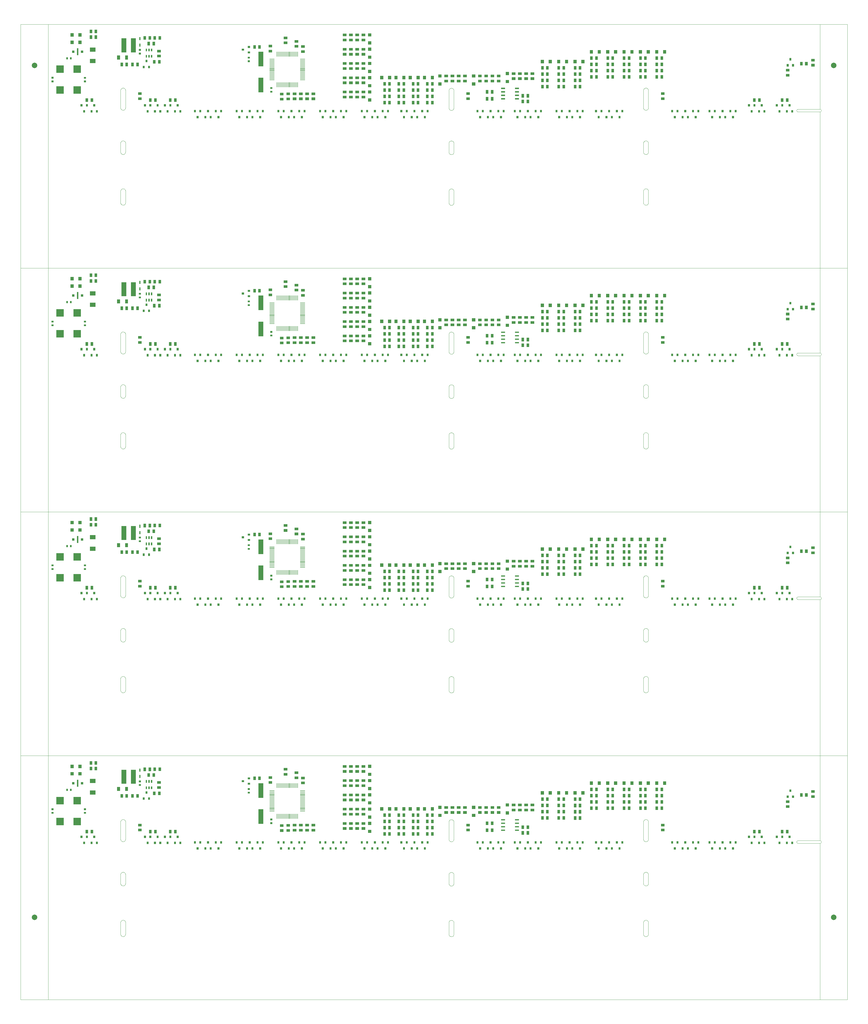
<source format=gbr>
*
%FSLAX26Y26*%
%MOIN*%
%ADD10R,0.106300X0.106300*%
%ADD11R,0.045180X0.045180*%
%ADD12R,0.025000X0.025000*%
%ADD13R,0.028000X0.028000*%
%ADD14R,0.037000X0.037000*%
%ADD15R,0.007000X0.007000*%
%ADD16R,0.060000X0.060000*%
%ADD17R,0.018000X0.018000*%
%ADD18R,0.034000X0.034000*%
%ADD19R,0.071000X0.071000*%
%ADD20R,0.041000X0.041000*%
%ADD21R,0.070740X0.070740*%
%ADD22C,0.078740*%
%ADD23C,0.002000*%
%IPPOS*%
%LNtp*%
%LPD*%
G75*
G54D10*
X417440Y2859370D03*
Y2559370D03*
X172560D03*
Y2859370D03*
G54D11*
X4623030Y3032280D02*
X4626970D01*
X4623030Y3146460D02*
X4626970D01*
X6603030Y2682280D02*
X6606970D01*
X6603030Y2796460D02*
X6606970D01*
X6118030Y2647280D02*
X6121970D01*
X6118030Y2761460D02*
X6121970D01*
X5633030Y2647280D02*
X5636970D01*
X5633030Y2761460D02*
X5636970D01*
X4623030Y2622280D02*
X4626970D01*
X4623030Y2736460D02*
X4626970D01*
X4623030Y2417280D02*
X4626970D01*
X4623030Y2531460D02*
X4626970D01*
X4623030Y3237280D02*
X4626970D01*
X4623030Y3351460D02*
X4626970D01*
X4623030Y2827280D02*
X4626970D01*
X4623030Y2941460D02*
X4626970D01*
G54D12*
X59340Y2683090D02*
X64340D01*
X59340Y2735890D02*
X64340D01*
X1317500Y3083120D02*
X1322500D01*
X1317500Y3135920D02*
X1322500D01*
X2882500Y3025770D02*
X2887500D01*
X2882500Y2972970D02*
X2887500D01*
X3206400Y2587700D02*
X3211400D01*
X3206400Y2534900D02*
X3211400D01*
X527500Y2682970D02*
X532500D01*
X527500Y2735770D02*
X532500D01*
G54D13*
X1413750Y2973430D02*
Y2979430D01*
X1452140Y2886810D02*
Y2892810D01*
X1375360Y2886810D02*
Y2892810D01*
X10675000Y2998430D02*
Y3004430D01*
X10713390Y2911810D02*
Y2917810D01*
X10636610Y2911810D02*
Y2917810D01*
X1575000Y2335930D02*
Y2341930D01*
X1613390Y2249310D02*
Y2255310D01*
X1536610Y2249310D02*
Y2255310D01*
X1431250Y2249310D02*
Y2255310D01*
X1392860Y2335930D02*
Y2341930D01*
X1469640Y2335930D02*
Y2341930D01*
X1862500Y2335930D02*
Y2341930D01*
X1900890Y2249310D02*
Y2255310D01*
X1824110Y2249310D02*
Y2255310D01*
X1718750Y2249310D02*
Y2255310D01*
X1680360Y2335930D02*
Y2341930D01*
X1757140Y2335930D02*
Y2341930D01*
X2300000Y2254680D02*
Y2260680D01*
X2338390Y2168060D02*
Y2174060D01*
X2261610Y2168060D02*
Y2174060D01*
X2450000Y2168060D02*
Y2174060D01*
X2411610Y2254680D02*
Y2260680D01*
X2488390Y2254680D02*
Y2260680D01*
X2150000Y2168060D02*
Y2174060D01*
X2111610Y2254680D02*
Y2260680D01*
X2188390Y2254680D02*
Y2260680D01*
X2900000Y2254680D02*
Y2260680D01*
X2938390Y2168060D02*
Y2174060D01*
X2861610Y2168060D02*
Y2174060D01*
X3050000Y2168060D02*
Y2174060D01*
X3011610Y2254680D02*
Y2260680D01*
X3088390Y2254680D02*
Y2260680D01*
X2750000Y2168060D02*
Y2174060D01*
X2711610Y2254680D02*
Y2260680D01*
X2788390Y2254680D02*
Y2260680D01*
X3650000Y2168060D02*
Y2174060D01*
X3611610Y2254680D02*
Y2260680D01*
X3688390Y2254680D02*
Y2260680D01*
X3350000Y2168060D02*
Y2174060D01*
X3311610Y2254680D02*
Y2260680D01*
X3388390Y2254680D02*
Y2260680D01*
X4100000Y2254680D02*
Y2260680D01*
X4138390Y2168060D02*
Y2174060D01*
X4061610Y2168060D02*
Y2174060D01*
X4250000Y2168060D02*
Y2174060D01*
X4211610Y2254680D02*
Y2260680D01*
X4288390Y2254680D02*
Y2260680D01*
X3950000Y2168060D02*
Y2174060D01*
X3911610Y2254680D02*
Y2260680D01*
X3988390Y2254680D02*
Y2260680D01*
X4700000Y2254680D02*
Y2260680D01*
X4738390Y2168060D02*
Y2174060D01*
X4661610Y2168060D02*
Y2174060D01*
X4850000Y2168060D02*
Y2174060D01*
X4811610Y2254680D02*
Y2260680D01*
X4888390Y2254680D02*
Y2260680D01*
X4550000Y2168060D02*
Y2174060D01*
X4511610Y2254680D02*
Y2260680D01*
X4588390Y2254680D02*
Y2260680D01*
X5268750Y2254680D02*
Y2260680D01*
X5307140Y2168060D02*
Y2174060D01*
X5230360Y2168060D02*
Y2174060D01*
X5418750Y2168060D02*
Y2174060D01*
X5380360Y2254680D02*
Y2260680D01*
X5457140Y2254680D02*
Y2260680D01*
X5118750Y2168060D02*
Y2174060D01*
X5080360Y2254680D02*
Y2260680D01*
X5157140Y2254680D02*
Y2260680D01*
X6362500Y2254680D02*
Y2260680D01*
X6400890Y2168060D02*
Y2174060D01*
X6324110Y2168060D02*
Y2174060D01*
X6900000Y2254680D02*
Y2260680D01*
X6938390Y2168060D02*
Y2174060D01*
X6861610Y2168060D02*
Y2174060D01*
X7500000Y2254680D02*
Y2260680D01*
X7538390Y2168060D02*
Y2174060D01*
X7461610Y2168060D02*
Y2174060D01*
X8068750Y2254680D02*
Y2260680D01*
X8107140Y2168060D02*
Y2174060D01*
X8030360Y2168060D02*
Y2174060D01*
X6512500Y2168060D02*
Y2174060D01*
X6474110Y2254680D02*
Y2260680D01*
X6550890Y2254680D02*
Y2260680D01*
X6212500Y2168060D02*
Y2174060D01*
X6174110Y2254680D02*
Y2260680D01*
X6250890Y2254680D02*
Y2260680D01*
X7050000Y2168060D02*
Y2174060D01*
X7011610Y2254680D02*
Y2260680D01*
X7088390Y2254680D02*
Y2260680D01*
X6750000Y2168060D02*
Y2174060D01*
X6711610Y2254680D02*
Y2260680D01*
X6788390Y2254680D02*
Y2260680D01*
X7650000Y2168060D02*
Y2174060D01*
X7611610Y2254680D02*
Y2260680D01*
X7688390Y2254680D02*
Y2260680D01*
X7350000Y2168060D02*
Y2174060D01*
X7311610Y2254680D02*
Y2260680D01*
X7388390Y2254680D02*
Y2260680D01*
X8218750Y2168060D02*
Y2174060D01*
X8180360Y2254680D02*
Y2260680D01*
X8257140Y2254680D02*
Y2260680D01*
X7918750Y2168060D02*
Y2174060D01*
X7880360Y2254680D02*
Y2260680D01*
X7957140Y2254680D02*
Y2260680D01*
X9162500Y2254680D02*
Y2260680D01*
X9200890Y2168060D02*
Y2174060D01*
X9124110Y2168060D02*
Y2174060D01*
X9700000Y2254680D02*
Y2260680D01*
X9738390Y2168060D02*
Y2174060D01*
X9661610Y2168060D02*
Y2174060D01*
X9312500Y2168060D02*
Y2174060D01*
X9274110Y2254680D02*
Y2260680D01*
X9350890Y2254680D02*
Y2260680D01*
X9012500Y2168060D02*
Y2174060D01*
X8974110Y2254680D02*
Y2260680D01*
X9050890Y2254680D02*
Y2260680D01*
X9850000Y2168060D02*
Y2174060D01*
X9811610Y2254680D02*
Y2260680D01*
X9888390Y2254680D02*
Y2260680D01*
X9550000Y2168060D02*
Y2174060D01*
X9511610Y2254680D02*
Y2260680D01*
X9588390Y2254680D02*
Y2260680D01*
X10262500Y2335930D02*
Y2341930D01*
X10300890Y2249310D02*
Y2255310D01*
X10224110Y2249310D02*
Y2255310D01*
X10662500Y2335930D02*
Y2341930D01*
X10700890Y2249310D02*
Y2255310D01*
X10624110Y2249310D02*
Y2255310D01*
X10118750Y2249310D02*
Y2255310D01*
X10080360Y2335930D02*
Y2341930D01*
X10157140Y2335930D02*
Y2341930D01*
X10518750Y2249310D02*
Y2255310D01*
X10480360Y2335930D02*
Y2341930D01*
X10557140Y2335930D02*
Y2341930D01*
X662500Y2335930D02*
Y2341930D01*
X700890Y2249310D02*
Y2255310D01*
X624110Y2249310D02*
Y2255310D01*
X518750Y2249310D02*
Y2255310D01*
X480360Y2335930D02*
Y2341930D01*
X557140Y2335930D02*
Y2341930D01*
X3500000Y2254680D02*
Y2260680D01*
X3538390Y2168060D02*
Y2174060D01*
X3461610Y2168060D02*
Y2174060D01*
G54D14*
X1534000Y3302370D02*
Y3316370D01*
X1606000Y3302370D02*
Y3316370D01*
X1446500Y3219870D02*
Y3233870D01*
X1518500Y3219870D02*
Y3233870D01*
X6898500Y2469870D02*
Y2483870D01*
X6826500Y2469870D02*
Y2483870D01*
X5044000Y2372370D02*
Y2386370D01*
X5116000Y2372370D02*
Y2386370D01*
X4839000Y2372370D02*
Y2386370D01*
X4911000Y2372370D02*
Y2386370D01*
X5249000Y2372370D02*
Y2386370D01*
X5321000Y2372370D02*
Y2386370D01*
X5454000Y2372370D02*
Y2386370D01*
X5526000Y2372370D02*
Y2386370D01*
X7181000Y2602370D02*
Y2616370D01*
X7109000Y2602370D02*
Y2616370D01*
X8826000Y2742370D02*
Y2756370D01*
X8754000Y2742370D02*
Y2756370D01*
X8591000Y2742370D02*
Y2756370D01*
X8519000Y2742370D02*
Y2756370D01*
X7416000Y2602370D02*
Y2616370D01*
X7344000Y2602370D02*
Y2616370D01*
X8356000Y2742370D02*
Y2756370D01*
X8284000Y2742370D02*
Y2756370D01*
X7651000Y2601740D02*
Y2615740D01*
X7579000Y2601740D02*
Y2615740D01*
X8121000Y2742370D02*
Y2756370D01*
X8049000Y2742370D02*
Y2756370D01*
X7886000Y2742370D02*
Y2756370D01*
X7814000Y2742370D02*
Y2756370D01*
X1390250Y3301120D02*
Y3315120D01*
X1462250Y3301120D02*
Y3315120D01*
X1131000Y2919870D02*
Y2933870D01*
X1059000Y2919870D02*
Y2933870D01*
X6314000Y2426120D02*
Y2440120D01*
X6386000Y2426120D02*
Y2440120D01*
X4839000Y2642370D02*
Y2656370D01*
X4911000Y2642370D02*
Y2656370D01*
X5044000Y2462370D02*
Y2476370D01*
X5116000Y2462370D02*
Y2476370D01*
X5249000Y2642370D02*
Y2656370D01*
X5321000Y2642370D02*
Y2656370D01*
X5044000Y2642370D02*
Y2656370D01*
X5116000Y2642370D02*
Y2656370D01*
X4839000Y2462370D02*
Y2476370D01*
X4911000Y2462370D02*
Y2476370D01*
X5249000Y2462370D02*
Y2476370D01*
X5321000Y2462370D02*
Y2476370D01*
X4911000Y2552370D02*
Y2566370D01*
X4839000Y2552370D02*
Y2566370D01*
X5321000Y2552370D02*
Y2566370D01*
X5249000Y2552370D02*
Y2566370D01*
X5454000Y2642370D02*
Y2656370D01*
X5526000Y2642370D02*
Y2656370D01*
X5454000Y2462370D02*
Y2476370D01*
X5526000Y2462370D02*
Y2476370D01*
Y2552370D02*
Y2566370D01*
X5454000Y2552370D02*
Y2566370D01*
X8826000Y3012370D02*
Y3026370D01*
X8754000Y3012370D02*
Y3026370D01*
X8591000Y3012370D02*
Y3026370D01*
X8519000Y3012370D02*
Y3026370D01*
X7416000Y2872370D02*
Y2886370D01*
X7344000Y2872370D02*
Y2886370D01*
X7181000Y2692370D02*
Y2706370D01*
X7109000Y2692370D02*
Y2706370D01*
X8826000Y2832370D02*
Y2846370D01*
X8754000Y2832370D02*
Y2846370D01*
X8591000Y2832370D02*
Y2846370D01*
X8519000Y2832370D02*
Y2846370D01*
X7109000Y2782370D02*
Y2796370D01*
X7181000Y2782370D02*
Y2796370D01*
X8754000Y2922370D02*
Y2936370D01*
X8826000Y2922370D02*
Y2936370D01*
X8519000Y2922370D02*
Y2936370D01*
X8591000Y2922370D02*
Y2936370D01*
X7344000Y2782370D02*
Y2796370D01*
X7416000Y2782370D02*
Y2796370D01*
X8356000Y3012370D02*
Y3026370D01*
X8284000Y3012370D02*
Y3026370D01*
X7651000Y2872370D02*
Y2886370D01*
X7579000Y2872370D02*
Y2886370D01*
X8121000Y3012370D02*
Y3026370D01*
X8049000Y3012370D02*
Y3026370D01*
X7886000Y3012370D02*
Y3026370D01*
X7814000Y3012370D02*
Y3026370D01*
X8356000Y2832370D02*
Y2846370D01*
X8284000Y2832370D02*
Y2846370D01*
X7651000Y2691740D02*
Y2705740D01*
X7579000Y2691740D02*
Y2705740D01*
X7886000Y2832370D02*
Y2846370D01*
X7814000Y2832370D02*
Y2846370D01*
X8284000Y2922370D02*
Y2936370D01*
X8356000Y2922370D02*
Y2936370D01*
X8049000Y2922370D02*
Y2936370D01*
X8121000Y2922370D02*
Y2936370D01*
X5116000Y2552370D02*
Y2566370D01*
X5044000Y2552370D02*
Y2566370D01*
X7814000Y2922370D02*
Y2936370D01*
X7886000Y2922370D02*
Y2936370D01*
X615250Y3394250D02*
Y3408250D01*
X687250Y3394250D02*
Y3408250D01*
X615250Y3313000D02*
Y3327000D01*
X687250Y3313000D02*
Y3327000D01*
X3041000Y3172370D02*
Y3186370D01*
X2969000Y3172370D02*
Y3186370D01*
X10904750Y2932370D02*
Y2946370D01*
X10832750Y2932370D02*
Y2946370D01*
X1470250Y2407370D02*
Y2421370D01*
X1542250Y2407370D02*
Y2421370D01*
X1757750Y2407370D02*
Y2421370D01*
X1829750Y2407370D02*
Y2421370D01*
X10157750Y2407370D02*
Y2421370D01*
X10229750Y2407370D02*
Y2421370D01*
X10557750Y2407370D02*
Y2421370D01*
X10629750Y2407370D02*
Y2421370D01*
X557750Y2407370D02*
Y2421370D01*
X629750Y2407370D02*
Y2421370D01*
X7181000Y2872370D02*
Y2886370D01*
X7109000Y2872370D02*
Y2886370D01*
X7416000Y2692370D02*
Y2706370D01*
X7344000Y2692370D02*
Y2706370D01*
X7579000Y2781740D02*
Y2795740D01*
X7651000Y2781740D02*
Y2795740D01*
X8121000Y2832370D02*
Y2846370D01*
X8049000Y2832370D02*
Y2846370D01*
X1213750Y2919870D02*
Y2933870D01*
X1285750Y2919870D02*
Y2933870D01*
X1527750Y2957370D02*
Y2971370D01*
X1599750Y2957370D02*
Y2971370D01*
X6826500Y2388620D02*
Y2402620D01*
X6898500Y2388620D02*
Y2402620D01*
X6314000Y2526120D02*
Y2540120D01*
X6386000Y2526120D02*
Y2540120D01*
G54D13*
X2798690Y3139370D02*
X2804690D01*
X2885310Y3177760D02*
X2891310D01*
X2885310Y3100980D02*
X2891310D01*
G54D14*
X8832800Y2436120D02*
X8846800D01*
X8832800Y2508120D02*
X8846800D01*
X6032800Y2436120D02*
X6046800D01*
X6032800Y2508120D02*
X6046800D01*
X1313250Y2436120D02*
X1327250D01*
X1313250Y2508120D02*
X1327250D01*
X4258000Y3073370D02*
X4272000D01*
X4258000Y3145370D02*
X4272000D01*
X4258000Y2868370D02*
X4272000D01*
X4258000Y2940370D02*
X4272000D01*
X4258000Y3278370D02*
X4272000D01*
X4258000Y3350370D02*
X4272000D01*
X4258000Y2458370D02*
X4272000D01*
X4258000Y2530370D02*
X4272000D01*
X6958000Y2723370D02*
X6972000D01*
X6958000Y2795370D02*
X6972000D01*
X4258000Y2663370D02*
X4272000D01*
X4258000Y2735370D02*
X4272000D01*
X5988000Y2688370D02*
X6002000D01*
X5988000Y2760370D02*
X6002000D01*
X6473000Y2688370D02*
X6487000D01*
X6473000Y2760370D02*
X6487000D01*
X3658150Y3112800D02*
X3672150D01*
X3658150Y3184800D02*
X3672150D01*
X3189400Y3119050D02*
X3203400D01*
X3189400Y3191050D02*
X3203400D01*
X3408150Y3237800D02*
X3422150D01*
X3408150Y3309800D02*
X3422150D01*
X3445650Y2503550D02*
X3459650D01*
X3445650Y2431550D02*
X3459650D01*
X3564400Y3187800D02*
X3578400D01*
X3564400Y3259800D02*
X3578400D01*
X3353000Y2428370D02*
X3367000D01*
X3353000Y2500370D02*
X3367000D01*
X3718000Y2505370D02*
X3732000D01*
X3718000Y2433370D02*
X3732000D01*
X3538000Y2505370D02*
X3552000D01*
X3538000Y2433370D02*
X3552000D01*
X4528000Y2663370D02*
X4542000D01*
X4528000Y2735370D02*
X4542000D01*
X4528000Y3073370D02*
X4542000D01*
X4528000Y3145370D02*
X4542000D01*
X4528000Y2868370D02*
X4542000D01*
X4528000Y2940370D02*
X4542000D01*
X4528000Y3278370D02*
X4542000D01*
X4528000Y3350370D02*
X4542000D01*
X4528000Y2458370D02*
X4542000D01*
X4528000Y2530370D02*
X4542000D01*
X4348000Y3073370D02*
X4362000D01*
X4348000Y3145370D02*
X4362000D01*
X4348000Y2868370D02*
X4362000D01*
X4348000Y2940370D02*
X4362000D01*
X4348000Y3278370D02*
X4362000D01*
X4348000Y3350370D02*
X4362000D01*
X4348000Y2458370D02*
X4362000D01*
X4348000Y2530370D02*
X4362000D01*
X6868000Y2723370D02*
X6882000D01*
X6868000Y2795370D02*
X6882000D01*
X4348000Y2663370D02*
X4362000D01*
X4348000Y2735370D02*
X4362000D01*
X4438000D02*
X4452000D01*
X4438000Y2663370D02*
X4452000D01*
X5718000Y2688370D02*
X5732000D01*
X5718000Y2760370D02*
X5732000D01*
X6203000Y2688370D02*
X6217000D01*
X6203000Y2760370D02*
X6217000D01*
X6688000Y2723370D02*
X6702000D01*
X6688000Y2795370D02*
X6702000D01*
X5898000Y2688370D02*
X5912000D01*
X5898000Y2760370D02*
X5912000D01*
X6383000Y2688370D02*
X6397000D01*
X6383000Y2760370D02*
X6397000D01*
X5808000D02*
X5822000D01*
X5808000Y2688370D02*
X5822000D01*
X6293000Y2760370D02*
X6307000D01*
X6293000Y2688370D02*
X6307000D01*
X4438000Y3145370D02*
X4452000D01*
X4438000Y3073370D02*
X4452000D01*
X4438000Y2940370D02*
X4452000D01*
X4438000Y2868370D02*
X4452000D01*
X4438000Y3350370D02*
X4452000D01*
X4438000Y3278370D02*
X4452000D01*
X4438000Y2530370D02*
X4452000D01*
X4438000Y2458370D02*
X4452000D01*
X6778000Y2795370D02*
X6792000D01*
X6778000Y2723370D02*
X6792000D01*
X10630500Y2772120D02*
X10644500D01*
X10630500Y2844120D02*
X10644500D01*
X3628000Y2433370D02*
X3642000D01*
X3628000Y2505370D02*
X3642000D01*
X3808000Y2433370D02*
X3822000D01*
X3808000Y2505370D02*
X3822000D01*
X1588000Y3047120D02*
X1602000D01*
X1588000Y3119120D02*
X1602000D01*
X10993000Y2988760D02*
X11007000D01*
X10993000Y2916760D02*
X11007000D01*
G54D11*
X458340Y3243030D02*
Y3246970D01*
X344160Y3243030D02*
Y3246970D01*
X458340Y3349280D02*
Y3353220D01*
X344160Y3349280D02*
Y3353220D01*
X7927090Y3107400D02*
Y3111340D01*
X7812910Y3107400D02*
Y3111340D01*
X8162090Y3107400D02*
Y3111340D01*
X8047910Y3107400D02*
Y3111340D01*
X8397090Y3107400D02*
Y3111340D01*
X8282910Y3107400D02*
Y3111340D01*
X7457090Y2967400D02*
Y2971340D01*
X7342910Y2967400D02*
Y2971340D01*
X8632090Y3107400D02*
Y3111340D01*
X8517910Y3107400D02*
Y3111340D01*
X8867090Y3107400D02*
Y3111340D01*
X8752910Y3107400D02*
Y3111340D01*
X7222090Y2967400D02*
Y2971340D01*
X7107910Y2967400D02*
Y2971340D01*
X5412910Y2737400D02*
Y2741340D01*
X5527090Y2737400D02*
Y2741340D01*
X5002910Y2737400D02*
Y2741340D01*
X5117090Y2737400D02*
Y2741340D01*
X5207910Y2737400D02*
Y2741340D01*
X5322090Y2737400D02*
Y2741340D01*
X4797910Y2737400D02*
Y2741340D01*
X4912090Y2737400D02*
Y2741340D01*
X7692090Y2967400D02*
Y2971340D01*
X7577910Y2967400D02*
Y2971340D01*
G54D12*
X326400Y3011870D02*
Y3016870D01*
X273600Y3011870D02*
Y3016870D01*
G54D15*
X3629620Y2884580D02*
X3691620D01*
X3629620Y2904260D02*
X3691620D01*
X3629620Y2923950D02*
X3691620D01*
X3629620Y2943630D02*
X3691620D01*
X3629620Y2963320D02*
X3691620D01*
X3629620Y2983000D02*
X3691620D01*
X3629620Y3002690D02*
X3691620D01*
X3629620Y2707410D02*
X3691620D01*
X3629620Y2727100D02*
X3691620D01*
X3629620Y2746780D02*
X3691620D01*
X3629620Y2766470D02*
X3691620D01*
X3629620Y2786150D02*
X3691620D01*
X3629620Y2805840D02*
X3691620D01*
X3629620Y2825520D02*
X3691620D01*
X3188680Y3002690D02*
X3250680D01*
X3188680Y2983000D02*
X3250680D01*
X3188680Y2963320D02*
X3250680D01*
X3188680Y2943630D02*
X3250680D01*
X3188680Y2923950D02*
X3250680D01*
X3188680Y2904260D02*
X3250680D01*
X3188680Y2884580D02*
X3250680D01*
X3188680Y2825520D02*
X3250680D01*
X3188680Y2805840D02*
X3250680D01*
X3188680Y2786150D02*
X3250680D01*
X3188680Y2766470D02*
X3250680D01*
X3188680Y2746780D02*
X3250680D01*
X3188680Y2727100D02*
X3250680D01*
X3188680Y2707410D02*
X3250680D01*
X3629620Y2845210D02*
X3691620D01*
X3629620Y2864890D02*
X3691620D01*
X3188680D02*
X3250680D01*
X3188680Y2845210D02*
X3250680D01*
X3587790Y3044520D02*
Y3106520D01*
X3568100Y3044520D02*
Y3106520D01*
X3548420Y3044520D02*
Y3106520D01*
X3528730Y3044520D02*
Y3106520D01*
X3509050Y3044520D02*
Y3106520D01*
X3489360Y3044520D02*
Y3106520D01*
X3469680Y3044520D02*
Y3106520D01*
Y2603580D02*
Y2665580D01*
X3489360Y2603580D02*
Y2665580D01*
X3509050Y2603580D02*
Y2665580D01*
X3528730Y2603580D02*
Y2665580D01*
X3548420Y2603580D02*
Y2665580D01*
X3568100Y2603580D02*
Y2665580D01*
X3587790Y2603580D02*
Y2665580D01*
X3410620Y3044520D02*
Y3106520D01*
X3390940Y3044520D02*
Y3106520D01*
X3371250Y3044520D02*
Y3106520D01*
X3351570Y3044520D02*
Y3106520D01*
X3331880Y3044520D02*
Y3106520D01*
X3312200Y3044520D02*
Y3106520D01*
X3292510Y3044520D02*
Y3106520D01*
Y2603580D02*
Y2665580D01*
X3312200Y2603580D02*
Y2665580D01*
X3331880Y2603580D02*
Y2665580D01*
X3351570Y2603580D02*
Y2665580D01*
X3371250Y2603580D02*
Y2665580D01*
X3390940Y2603580D02*
Y2665580D01*
X3410620Y2603580D02*
Y2665580D01*
X3449990Y3044520D02*
Y3106520D01*
X3430310Y3044520D02*
Y3106520D01*
Y2603580D02*
Y2665580D01*
X3449990Y2603580D02*
Y2665580D01*
G54D16*
X630000Y3141420D02*
X650000D01*
X630000Y2976060D02*
X650000D01*
G54D17*
X425000Y3068370D02*
Y3150370D01*
G54D18*
X487500Y3109370D03*
X362500D03*
G54D17*
X6724250Y2533120D02*
X6763250D01*
X6724250Y2433120D02*
X6763250D01*
X6724250Y2483120D02*
X6763250D01*
X6524250Y2433120D02*
X6563250D01*
X6524250Y2483120D02*
X6563250D01*
X6724250Y2583120D02*
X6763250D01*
X6524250Y2533120D02*
X6563250D01*
X6524250Y2583120D02*
X6563250D01*
G54D19*
X3058900Y2935060D02*
Y3074060D01*
Y2561040D02*
Y2700040D01*
G54D20*
X1012910Y3018870D02*
Y3034870D01*
X1127090Y3018870D02*
Y3034870D01*
G54D21*
X1226400Y3136910D02*
Y3266830D01*
X1088600Y3136910D02*
Y3266830D01*
G54D17*
X1320000Y3285130D02*
Y3311130D01*
Y3192610D02*
Y3218610D01*
X1451250Y3034070D02*
Y3054070D01*
Y3124650D02*
Y3144650D01*
X1488650Y3034090D02*
Y3054090D01*
X1413850Y3034090D02*
Y3054090D01*
X1488650Y3124650D02*
Y3144650D01*
X1413850Y3124650D02*
Y3144650D01*
G54D10*
X417440Y6363310D03*
Y6063310D03*
X172560D03*
Y6363310D03*
G54D11*
X4623030Y6536220D02*
X4626970D01*
X4623030Y6650400D02*
X4626970D01*
X6603030Y6186220D02*
X6606970D01*
X6603030Y6300400D02*
X6606970D01*
X6118030Y6151220D02*
X6121970D01*
X6118030Y6265400D02*
X6121970D01*
X5633030Y6151220D02*
X5636970D01*
X5633030Y6265400D02*
X5636970D01*
X4623030Y6126220D02*
X4626970D01*
X4623030Y6240400D02*
X4626970D01*
X4623030Y5921220D02*
X4626970D01*
X4623030Y6035400D02*
X4626970D01*
X4623030Y6741220D02*
X4626970D01*
X4623030Y6855400D02*
X4626970D01*
X4623030Y6331220D02*
X4626970D01*
X4623030Y6445400D02*
X4626970D01*
G54D12*
X59340Y6187030D02*
X64340D01*
X59340Y6239830D02*
X64340D01*
X1317500Y6587060D02*
X1322500D01*
X1317500Y6639860D02*
X1322500D01*
X2882500Y6529710D02*
X2887500D01*
X2882500Y6476910D02*
X2887500D01*
X3206400Y6091640D02*
X3211400D01*
X3206400Y6038840D02*
X3211400D01*
X527500Y6186910D02*
X532500D01*
X527500Y6239710D02*
X532500D01*
G54D13*
X1413750Y6477370D02*
Y6483370D01*
X1452140Y6390750D02*
Y6396750D01*
X1375360Y6390750D02*
Y6396750D01*
X10675000Y6502370D02*
Y6508370D01*
X10713390Y6415750D02*
Y6421750D01*
X10636610Y6415750D02*
Y6421750D01*
X1575000Y5839870D02*
Y5845870D01*
X1613390Y5753250D02*
Y5759250D01*
X1536610Y5753250D02*
Y5759250D01*
X1431250Y5753250D02*
Y5759250D01*
X1392860Y5839870D02*
Y5845870D01*
X1469640Y5839870D02*
Y5845870D01*
X1862500Y5839870D02*
Y5845870D01*
X1900890Y5753250D02*
Y5759250D01*
X1824110Y5753250D02*
Y5759250D01*
X1718750Y5753250D02*
Y5759250D01*
X1680360Y5839870D02*
Y5845870D01*
X1757140Y5839870D02*
Y5845870D01*
X2300000Y5758620D02*
Y5764620D01*
X2338390Y5672000D02*
Y5678000D01*
X2261610Y5672000D02*
Y5678000D01*
X2450000Y5672000D02*
Y5678000D01*
X2411610Y5758620D02*
Y5764620D01*
X2488390Y5758620D02*
Y5764620D01*
X2150000Y5672000D02*
Y5678000D01*
X2111610Y5758620D02*
Y5764620D01*
X2188390Y5758620D02*
Y5764620D01*
X2900000Y5758620D02*
Y5764620D01*
X2938390Y5672000D02*
Y5678000D01*
X2861610Y5672000D02*
Y5678000D01*
X3050000Y5672000D02*
Y5678000D01*
X3011610Y5758620D02*
Y5764620D01*
X3088390Y5758620D02*
Y5764620D01*
X2750000Y5672000D02*
Y5678000D01*
X2711610Y5758620D02*
Y5764620D01*
X2788390Y5758620D02*
Y5764620D01*
X3650000Y5672000D02*
Y5678000D01*
X3611610Y5758620D02*
Y5764620D01*
X3688390Y5758620D02*
Y5764620D01*
X3350000Y5672000D02*
Y5678000D01*
X3311610Y5758620D02*
Y5764620D01*
X3388390Y5758620D02*
Y5764620D01*
X4100000Y5758620D02*
Y5764620D01*
X4138390Y5672000D02*
Y5678000D01*
X4061610Y5672000D02*
Y5678000D01*
X4250000Y5672000D02*
Y5678000D01*
X4211610Y5758620D02*
Y5764620D01*
X4288390Y5758620D02*
Y5764620D01*
X3950000Y5672000D02*
Y5678000D01*
X3911610Y5758620D02*
Y5764620D01*
X3988390Y5758620D02*
Y5764620D01*
X4700000Y5758620D02*
Y5764620D01*
X4738390Y5672000D02*
Y5678000D01*
X4661610Y5672000D02*
Y5678000D01*
X4850000Y5672000D02*
Y5678000D01*
X4811610Y5758620D02*
Y5764620D01*
X4888390Y5758620D02*
Y5764620D01*
X4550000Y5672000D02*
Y5678000D01*
X4511610Y5758620D02*
Y5764620D01*
X4588390Y5758620D02*
Y5764620D01*
X5268750Y5758620D02*
Y5764620D01*
X5307140Y5672000D02*
Y5678000D01*
X5230360Y5672000D02*
Y5678000D01*
X5418750Y5672000D02*
Y5678000D01*
X5380360Y5758620D02*
Y5764620D01*
X5457140Y5758620D02*
Y5764620D01*
X5118750Y5672000D02*
Y5678000D01*
X5080360Y5758620D02*
Y5764620D01*
X5157140Y5758620D02*
Y5764620D01*
X6362500Y5758620D02*
Y5764620D01*
X6400890Y5672000D02*
Y5678000D01*
X6324110Y5672000D02*
Y5678000D01*
X6900000Y5758620D02*
Y5764620D01*
X6938390Y5672000D02*
Y5678000D01*
X6861610Y5672000D02*
Y5678000D01*
X7500000Y5758620D02*
Y5764620D01*
X7538390Y5672000D02*
Y5678000D01*
X7461610Y5672000D02*
Y5678000D01*
X8068750Y5758620D02*
Y5764620D01*
X8107140Y5672000D02*
Y5678000D01*
X8030360Y5672000D02*
Y5678000D01*
X6512500Y5672000D02*
Y5678000D01*
X6474110Y5758620D02*
Y5764620D01*
X6550890Y5758620D02*
Y5764620D01*
X6212500Y5672000D02*
Y5678000D01*
X6174110Y5758620D02*
Y5764620D01*
X6250890Y5758620D02*
Y5764620D01*
X7050000Y5672000D02*
Y5678000D01*
X7011610Y5758620D02*
Y5764620D01*
X7088390Y5758620D02*
Y5764620D01*
X6750000Y5672000D02*
Y5678000D01*
X6711610Y5758620D02*
Y5764620D01*
X6788390Y5758620D02*
Y5764620D01*
X7650000Y5672000D02*
Y5678000D01*
X7611610Y5758620D02*
Y5764620D01*
X7688390Y5758620D02*
Y5764620D01*
X7350000Y5672000D02*
Y5678000D01*
X7311610Y5758620D02*
Y5764620D01*
X7388390Y5758620D02*
Y5764620D01*
X8218750Y5672000D02*
Y5678000D01*
X8180360Y5758620D02*
Y5764620D01*
X8257140Y5758620D02*
Y5764620D01*
X7918750Y5672000D02*
Y5678000D01*
X7880360Y5758620D02*
Y5764620D01*
X7957140Y5758620D02*
Y5764620D01*
X9162500Y5758620D02*
Y5764620D01*
X9200890Y5672000D02*
Y5678000D01*
X9124110Y5672000D02*
Y5678000D01*
X9700000Y5758620D02*
Y5764620D01*
X9738390Y5672000D02*
Y5678000D01*
X9661610Y5672000D02*
Y5678000D01*
X9312500Y5672000D02*
Y5678000D01*
X9274110Y5758620D02*
Y5764620D01*
X9350890Y5758620D02*
Y5764620D01*
X9012500Y5672000D02*
Y5678000D01*
X8974110Y5758620D02*
Y5764620D01*
X9050890Y5758620D02*
Y5764620D01*
X9850000Y5672000D02*
Y5678000D01*
X9811610Y5758620D02*
Y5764620D01*
X9888390Y5758620D02*
Y5764620D01*
X9550000Y5672000D02*
Y5678000D01*
X9511610Y5758620D02*
Y5764620D01*
X9588390Y5758620D02*
Y5764620D01*
X10262500Y5839870D02*
Y5845870D01*
X10300890Y5753250D02*
Y5759250D01*
X10224110Y5753250D02*
Y5759250D01*
X10662500Y5839870D02*
Y5845870D01*
X10700890Y5753250D02*
Y5759250D01*
X10624110Y5753250D02*
Y5759250D01*
X10118750Y5753250D02*
Y5759250D01*
X10080360Y5839870D02*
Y5845870D01*
X10157140Y5839870D02*
Y5845870D01*
X10518750Y5753250D02*
Y5759250D01*
X10480360Y5839870D02*
Y5845870D01*
X10557140Y5839870D02*
Y5845870D01*
X662500Y5839870D02*
Y5845870D01*
X700890Y5753250D02*
Y5759250D01*
X624110Y5753250D02*
Y5759250D01*
X518750Y5753250D02*
Y5759250D01*
X480360Y5839870D02*
Y5845870D01*
X557140Y5839870D02*
Y5845870D01*
X3500000Y5758620D02*
Y5764620D01*
X3538390Y5672000D02*
Y5678000D01*
X3461610Y5672000D02*
Y5678000D01*
G54D14*
X1534000Y6806310D02*
Y6820310D01*
X1606000Y6806310D02*
Y6820310D01*
X1446500Y6723810D02*
Y6737810D01*
X1518500Y6723810D02*
Y6737810D01*
X6898500Y5973810D02*
Y5987810D01*
X6826500Y5973810D02*
Y5987810D01*
X5044000Y5876310D02*
Y5890310D01*
X5116000Y5876310D02*
Y5890310D01*
X4839000Y5876310D02*
Y5890310D01*
X4911000Y5876310D02*
Y5890310D01*
X5249000Y5876310D02*
Y5890310D01*
X5321000Y5876310D02*
Y5890310D01*
X5454000Y5876310D02*
Y5890310D01*
X5526000Y5876310D02*
Y5890310D01*
X7181000Y6106310D02*
Y6120310D01*
X7109000Y6106310D02*
Y6120310D01*
X8826000Y6246310D02*
Y6260310D01*
X8754000Y6246310D02*
Y6260310D01*
X8591000Y6246310D02*
Y6260310D01*
X8519000Y6246310D02*
Y6260310D01*
X7416000Y6106310D02*
Y6120310D01*
X7344000Y6106310D02*
Y6120310D01*
X8356000Y6246310D02*
Y6260310D01*
X8284000Y6246310D02*
Y6260310D01*
X7651000Y6105680D02*
Y6119680D01*
X7579000Y6105680D02*
Y6119680D01*
X8121000Y6246310D02*
Y6260310D01*
X8049000Y6246310D02*
Y6260310D01*
X7886000Y6246310D02*
Y6260310D01*
X7814000Y6246310D02*
Y6260310D01*
X1390250Y6805060D02*
Y6819060D01*
X1462250Y6805060D02*
Y6819060D01*
X1131000Y6423810D02*
Y6437810D01*
X1059000Y6423810D02*
Y6437810D01*
X6314000Y5930060D02*
Y5944060D01*
X6386000Y5930060D02*
Y5944060D01*
X4839000Y6146310D02*
Y6160310D01*
X4911000Y6146310D02*
Y6160310D01*
X5044000Y5966310D02*
Y5980310D01*
X5116000Y5966310D02*
Y5980310D01*
X5249000Y6146310D02*
Y6160310D01*
X5321000Y6146310D02*
Y6160310D01*
X5044000Y6146310D02*
Y6160310D01*
X5116000Y6146310D02*
Y6160310D01*
X4839000Y5966310D02*
Y5980310D01*
X4911000Y5966310D02*
Y5980310D01*
X5249000Y5966310D02*
Y5980310D01*
X5321000Y5966310D02*
Y5980310D01*
X4911000Y6056310D02*
Y6070310D01*
X4839000Y6056310D02*
Y6070310D01*
X5321000Y6056310D02*
Y6070310D01*
X5249000Y6056310D02*
Y6070310D01*
X5454000Y6146310D02*
Y6160310D01*
X5526000Y6146310D02*
Y6160310D01*
X5454000Y5966310D02*
Y5980310D01*
X5526000Y5966310D02*
Y5980310D01*
Y6056310D02*
Y6070310D01*
X5454000Y6056310D02*
Y6070310D01*
X8826000Y6516310D02*
Y6530310D01*
X8754000Y6516310D02*
Y6530310D01*
X8591000Y6516310D02*
Y6530310D01*
X8519000Y6516310D02*
Y6530310D01*
X7416000Y6376310D02*
Y6390310D01*
X7344000Y6376310D02*
Y6390310D01*
X7181000Y6196310D02*
Y6210310D01*
X7109000Y6196310D02*
Y6210310D01*
X8826000Y6336310D02*
Y6350310D01*
X8754000Y6336310D02*
Y6350310D01*
X8591000Y6336310D02*
Y6350310D01*
X8519000Y6336310D02*
Y6350310D01*
X7109000Y6286310D02*
Y6300310D01*
X7181000Y6286310D02*
Y6300310D01*
X8754000Y6426310D02*
Y6440310D01*
X8826000Y6426310D02*
Y6440310D01*
X8519000Y6426310D02*
Y6440310D01*
X8591000Y6426310D02*
Y6440310D01*
X7344000Y6286310D02*
Y6300310D01*
X7416000Y6286310D02*
Y6300310D01*
X8356000Y6516310D02*
Y6530310D01*
X8284000Y6516310D02*
Y6530310D01*
X7651000Y6376310D02*
Y6390310D01*
X7579000Y6376310D02*
Y6390310D01*
X8121000Y6516310D02*
Y6530310D01*
X8049000Y6516310D02*
Y6530310D01*
X7886000Y6516310D02*
Y6530310D01*
X7814000Y6516310D02*
Y6530310D01*
X8356000Y6336310D02*
Y6350310D01*
X8284000Y6336310D02*
Y6350310D01*
X7651000Y6195680D02*
Y6209680D01*
X7579000Y6195680D02*
Y6209680D01*
X7886000Y6336310D02*
Y6350310D01*
X7814000Y6336310D02*
Y6350310D01*
X8284000Y6426310D02*
Y6440310D01*
X8356000Y6426310D02*
Y6440310D01*
X8049000Y6426310D02*
Y6440310D01*
X8121000Y6426310D02*
Y6440310D01*
X5116000Y6056310D02*
Y6070310D01*
X5044000Y6056310D02*
Y6070310D01*
X7814000Y6426310D02*
Y6440310D01*
X7886000Y6426310D02*
Y6440310D01*
X615250Y6898190D02*
Y6912190D01*
X687250Y6898190D02*
Y6912190D01*
X615250Y6816940D02*
Y6830940D01*
X687250Y6816940D02*
Y6830940D01*
X3041000Y6676310D02*
Y6690310D01*
X2969000Y6676310D02*
Y6690310D01*
X10904750Y6436310D02*
Y6450310D01*
X10832750Y6436310D02*
Y6450310D01*
X1470250Y5911310D02*
Y5925310D01*
X1542250Y5911310D02*
Y5925310D01*
X1757750Y5911310D02*
Y5925310D01*
X1829750Y5911310D02*
Y5925310D01*
X10157750Y5911310D02*
Y5925310D01*
X10229750Y5911310D02*
Y5925310D01*
X10557750Y5911310D02*
Y5925310D01*
X10629750Y5911310D02*
Y5925310D01*
X557750Y5911310D02*
Y5925310D01*
X629750Y5911310D02*
Y5925310D01*
X7181000Y6376310D02*
Y6390310D01*
X7109000Y6376310D02*
Y6390310D01*
X7416000Y6196310D02*
Y6210310D01*
X7344000Y6196310D02*
Y6210310D01*
X7579000Y6285680D02*
Y6299680D01*
X7651000Y6285680D02*
Y6299680D01*
X8121000Y6336310D02*
Y6350310D01*
X8049000Y6336310D02*
Y6350310D01*
X1213750Y6423810D02*
Y6437810D01*
X1285750Y6423810D02*
Y6437810D01*
X1527750Y6461310D02*
Y6475310D01*
X1599750Y6461310D02*
Y6475310D01*
X6826500Y5892560D02*
Y5906560D01*
X6898500Y5892560D02*
Y5906560D01*
X6314000Y6030060D02*
Y6044060D01*
X6386000Y6030060D02*
Y6044060D01*
G54D13*
X2798690Y6643310D02*
X2804690D01*
X2885310Y6681700D02*
X2891310D01*
X2885310Y6604920D02*
X2891310D01*
G54D14*
X8832800Y5940060D02*
X8846800D01*
X8832800Y6012060D02*
X8846800D01*
X6032800Y5940060D02*
X6046800D01*
X6032800Y6012060D02*
X6046800D01*
X1313250Y5940060D02*
X1327250D01*
X1313250Y6012060D02*
X1327250D01*
X4258000Y6577310D02*
X4272000D01*
X4258000Y6649310D02*
X4272000D01*
X4258000Y6372310D02*
X4272000D01*
X4258000Y6444310D02*
X4272000D01*
X4258000Y6782310D02*
X4272000D01*
X4258000Y6854310D02*
X4272000D01*
X4258000Y5962310D02*
X4272000D01*
X4258000Y6034310D02*
X4272000D01*
X6958000Y6227310D02*
X6972000D01*
X6958000Y6299310D02*
X6972000D01*
X4258000Y6167310D02*
X4272000D01*
X4258000Y6239310D02*
X4272000D01*
X5988000Y6192310D02*
X6002000D01*
X5988000Y6264310D02*
X6002000D01*
X6473000Y6192310D02*
X6487000D01*
X6473000Y6264310D02*
X6487000D01*
X3658150Y6616740D02*
X3672150D01*
X3658150Y6688740D02*
X3672150D01*
X3189400Y6622990D02*
X3203400D01*
X3189400Y6694990D02*
X3203400D01*
X3408150Y6741740D02*
X3422150D01*
X3408150Y6813740D02*
X3422150D01*
X3445650Y6007490D02*
X3459650D01*
X3445650Y5935490D02*
X3459650D01*
X3564400Y6691740D02*
X3578400D01*
X3564400Y6763740D02*
X3578400D01*
X3353000Y5932310D02*
X3367000D01*
X3353000Y6004310D02*
X3367000D01*
X3718000Y6009310D02*
X3732000D01*
X3718000Y5937310D02*
X3732000D01*
X3538000Y6009310D02*
X3552000D01*
X3538000Y5937310D02*
X3552000D01*
X4528000Y6167310D02*
X4542000D01*
X4528000Y6239310D02*
X4542000D01*
X4528000Y6577310D02*
X4542000D01*
X4528000Y6649310D02*
X4542000D01*
X4528000Y6372310D02*
X4542000D01*
X4528000Y6444310D02*
X4542000D01*
X4528000Y6782310D02*
X4542000D01*
X4528000Y6854310D02*
X4542000D01*
X4528000Y5962310D02*
X4542000D01*
X4528000Y6034310D02*
X4542000D01*
X4348000Y6577310D02*
X4362000D01*
X4348000Y6649310D02*
X4362000D01*
X4348000Y6372310D02*
X4362000D01*
X4348000Y6444310D02*
X4362000D01*
X4348000Y6782310D02*
X4362000D01*
X4348000Y6854310D02*
X4362000D01*
X4348000Y5962310D02*
X4362000D01*
X4348000Y6034310D02*
X4362000D01*
X6868000Y6227310D02*
X6882000D01*
X6868000Y6299310D02*
X6882000D01*
X4348000Y6167310D02*
X4362000D01*
X4348000Y6239310D02*
X4362000D01*
X4438000D02*
X4452000D01*
X4438000Y6167310D02*
X4452000D01*
X5718000Y6192310D02*
X5732000D01*
X5718000Y6264310D02*
X5732000D01*
X6203000Y6192310D02*
X6217000D01*
X6203000Y6264310D02*
X6217000D01*
X6688000Y6227310D02*
X6702000D01*
X6688000Y6299310D02*
X6702000D01*
X5898000Y6192310D02*
X5912000D01*
X5898000Y6264310D02*
X5912000D01*
X6383000Y6192310D02*
X6397000D01*
X6383000Y6264310D02*
X6397000D01*
X5808000D02*
X5822000D01*
X5808000Y6192310D02*
X5822000D01*
X6293000Y6264310D02*
X6307000D01*
X6293000Y6192310D02*
X6307000D01*
X4438000Y6649310D02*
X4452000D01*
X4438000Y6577310D02*
X4452000D01*
X4438000Y6444310D02*
X4452000D01*
X4438000Y6372310D02*
X4452000D01*
X4438000Y6854310D02*
X4452000D01*
X4438000Y6782310D02*
X4452000D01*
X4438000Y6034310D02*
X4452000D01*
X4438000Y5962310D02*
X4452000D01*
X6778000Y6299310D02*
X6792000D01*
X6778000Y6227310D02*
X6792000D01*
X10630500Y6276060D02*
X10644500D01*
X10630500Y6348060D02*
X10644500D01*
X3628000Y5937310D02*
X3642000D01*
X3628000Y6009310D02*
X3642000D01*
X3808000Y5937310D02*
X3822000D01*
X3808000Y6009310D02*
X3822000D01*
X1588000Y6551060D02*
X1602000D01*
X1588000Y6623060D02*
X1602000D01*
X10993000Y6492700D02*
X11007000D01*
X10993000Y6420700D02*
X11007000D01*
G54D11*
X458340Y6746970D02*
Y6750910D01*
X344160Y6746970D02*
Y6750910D01*
X458340Y6853220D02*
Y6857160D01*
X344160Y6853220D02*
Y6857160D01*
X7927090Y6611340D02*
Y6615280D01*
X7812910Y6611340D02*
Y6615280D01*
X8162090Y6611340D02*
Y6615280D01*
X8047910Y6611340D02*
Y6615280D01*
X8397090Y6611340D02*
Y6615280D01*
X8282910Y6611340D02*
Y6615280D01*
X7457090Y6471340D02*
Y6475280D01*
X7342910Y6471340D02*
Y6475280D01*
X8632090Y6611340D02*
Y6615280D01*
X8517910Y6611340D02*
Y6615280D01*
X8867090Y6611340D02*
Y6615280D01*
X8752910Y6611340D02*
Y6615280D01*
X7222090Y6471340D02*
Y6475280D01*
X7107910Y6471340D02*
Y6475280D01*
X5412910Y6241340D02*
Y6245280D01*
X5527090Y6241340D02*
Y6245280D01*
X5002910Y6241340D02*
Y6245280D01*
X5117090Y6241340D02*
Y6245280D01*
X5207910Y6241340D02*
Y6245280D01*
X5322090Y6241340D02*
Y6245280D01*
X4797910Y6241340D02*
Y6245280D01*
X4912090Y6241340D02*
Y6245280D01*
X7692090Y6471340D02*
Y6475280D01*
X7577910Y6471340D02*
Y6475280D01*
G54D12*
X326400Y6515810D02*
Y6520810D01*
X273600Y6515810D02*
Y6520810D01*
G54D15*
X3629620Y6388520D02*
X3691620D01*
X3629620Y6408200D02*
X3691620D01*
X3629620Y6427890D02*
X3691620D01*
X3629620Y6447570D02*
X3691620D01*
X3629620Y6467260D02*
X3691620D01*
X3629620Y6486940D02*
X3691620D01*
X3629620Y6506630D02*
X3691620D01*
X3629620Y6211350D02*
X3691620D01*
X3629620Y6231040D02*
X3691620D01*
X3629620Y6250720D02*
X3691620D01*
X3629620Y6270410D02*
X3691620D01*
X3629620Y6290090D02*
X3691620D01*
X3629620Y6309780D02*
X3691620D01*
X3629620Y6329460D02*
X3691620D01*
X3188680Y6506630D02*
X3250680D01*
X3188680Y6486940D02*
X3250680D01*
X3188680Y6467260D02*
X3250680D01*
X3188680Y6447570D02*
X3250680D01*
X3188680Y6427890D02*
X3250680D01*
X3188680Y6408200D02*
X3250680D01*
X3188680Y6388520D02*
X3250680D01*
X3188680Y6329460D02*
X3250680D01*
X3188680Y6309780D02*
X3250680D01*
X3188680Y6290090D02*
X3250680D01*
X3188680Y6270410D02*
X3250680D01*
X3188680Y6250720D02*
X3250680D01*
X3188680Y6231040D02*
X3250680D01*
X3188680Y6211350D02*
X3250680D01*
X3629620Y6349150D02*
X3691620D01*
X3629620Y6368830D02*
X3691620D01*
X3188680D02*
X3250680D01*
X3188680Y6349150D02*
X3250680D01*
X3587790Y6548460D02*
Y6610460D01*
X3568100Y6548460D02*
Y6610460D01*
X3548420Y6548460D02*
Y6610460D01*
X3528730Y6548460D02*
Y6610460D01*
X3509050Y6548460D02*
Y6610460D01*
X3489360Y6548460D02*
Y6610460D01*
X3469680Y6548460D02*
Y6610460D01*
Y6107520D02*
Y6169520D01*
X3489360Y6107520D02*
Y6169520D01*
X3509050Y6107520D02*
Y6169520D01*
X3528730Y6107520D02*
Y6169520D01*
X3548420Y6107520D02*
Y6169520D01*
X3568100Y6107520D02*
Y6169520D01*
X3587790Y6107520D02*
Y6169520D01*
X3410620Y6548460D02*
Y6610460D01*
X3390940Y6548460D02*
Y6610460D01*
X3371250Y6548460D02*
Y6610460D01*
X3351570Y6548460D02*
Y6610460D01*
X3331880Y6548460D02*
Y6610460D01*
X3312200Y6548460D02*
Y6610460D01*
X3292510Y6548460D02*
Y6610460D01*
Y6107520D02*
Y6169520D01*
X3312200Y6107520D02*
Y6169520D01*
X3331880Y6107520D02*
Y6169520D01*
X3351570Y6107520D02*
Y6169520D01*
X3371250Y6107520D02*
Y6169520D01*
X3390940Y6107520D02*
Y6169520D01*
X3410620Y6107520D02*
Y6169520D01*
X3449990Y6548460D02*
Y6610460D01*
X3430310Y6548460D02*
Y6610460D01*
Y6107520D02*
Y6169520D01*
X3449990Y6107520D02*
Y6169520D01*
G54D16*
X630000Y6645360D02*
X650000D01*
X630000Y6480000D02*
X650000D01*
G54D17*
X425000Y6572310D02*
Y6654310D01*
G54D18*
X487500Y6613310D03*
X362500D03*
G54D17*
X6724250Y6037060D02*
X6763250D01*
X6724250Y5937060D02*
X6763250D01*
X6724250Y5987060D02*
X6763250D01*
X6524250Y5937060D02*
X6563250D01*
X6524250Y5987060D02*
X6563250D01*
X6724250Y6087060D02*
X6763250D01*
X6524250Y6037060D02*
X6563250D01*
X6524250Y6087060D02*
X6563250D01*
G54D19*
X3058900Y6439000D02*
Y6578000D01*
Y6064980D02*
Y6203980D01*
G54D20*
X1012910Y6522810D02*
Y6538810D01*
X1127090Y6522810D02*
Y6538810D01*
G54D21*
X1226400Y6640850D02*
Y6770770D01*
X1088600Y6640850D02*
Y6770770D01*
G54D17*
X1320000Y6789070D02*
Y6815070D01*
Y6696550D02*
Y6722550D01*
X1451250Y6538010D02*
Y6558010D01*
Y6628590D02*
Y6648590D01*
X1488650Y6538030D02*
Y6558030D01*
X1413850Y6538030D02*
Y6558030D01*
X1488650Y6628590D02*
Y6648590D01*
X1413850Y6628590D02*
Y6648590D01*
G54D10*
X417440Y9867250D03*
Y9567250D03*
X172560D03*
Y9867250D03*
G54D11*
X4623030Y10040160D02*
X4626970D01*
X4623030Y10154340D02*
X4626970D01*
X6603030Y9690160D02*
X6606970D01*
X6603030Y9804340D02*
X6606970D01*
X6118030Y9655160D02*
X6121970D01*
X6118030Y9769340D02*
X6121970D01*
X5633030Y9655160D02*
X5636970D01*
X5633030Y9769340D02*
X5636970D01*
X4623030Y9630160D02*
X4626970D01*
X4623030Y9744340D02*
X4626970D01*
X4623030Y9425160D02*
X4626970D01*
X4623030Y9539340D02*
X4626970D01*
X4623030Y10245160D02*
X4626970D01*
X4623030Y10359340D02*
X4626970D01*
X4623030Y9835160D02*
X4626970D01*
X4623030Y9949340D02*
X4626970D01*
G54D12*
X59340Y9690970D02*
X64340D01*
X59340Y9743770D02*
X64340D01*
X1317500Y10091000D02*
X1322500D01*
X1317500Y10143800D02*
X1322500D01*
X2882500Y10033650D02*
X2887500D01*
X2882500Y9980850D02*
X2887500D01*
X3206400Y9595580D02*
X3211400D01*
X3206400Y9542780D02*
X3211400D01*
X527500Y9690850D02*
X532500D01*
X527500Y9743650D02*
X532500D01*
G54D13*
X1413750Y9981310D02*
Y9987310D01*
X1452140Y9894690D02*
Y9900690D01*
X1375360Y9894690D02*
Y9900690D01*
X10675000Y10006310D02*
Y10012310D01*
X10713390Y9919690D02*
Y9925690D01*
X10636610Y9919690D02*
Y9925690D01*
X1575000Y9343810D02*
Y9349810D01*
X1613390Y9257190D02*
Y9263190D01*
X1536610Y9257190D02*
Y9263190D01*
X1431250Y9257190D02*
Y9263190D01*
X1392860Y9343810D02*
Y9349810D01*
X1469640Y9343810D02*
Y9349810D01*
X1862500Y9343810D02*
Y9349810D01*
X1900890Y9257190D02*
Y9263190D01*
X1824110Y9257190D02*
Y9263190D01*
X1718750Y9257190D02*
Y9263190D01*
X1680360Y9343810D02*
Y9349810D01*
X1757140Y9343810D02*
Y9349810D01*
X2300000Y9262560D02*
Y9268560D01*
X2338390Y9175940D02*
Y9181940D01*
X2261610Y9175940D02*
Y9181940D01*
X2450000Y9175940D02*
Y9181940D01*
X2411610Y9262560D02*
Y9268560D01*
X2488390Y9262560D02*
Y9268560D01*
X2150000Y9175940D02*
Y9181940D01*
X2111610Y9262560D02*
Y9268560D01*
X2188390Y9262560D02*
Y9268560D01*
X2900000Y9262560D02*
Y9268560D01*
X2938390Y9175940D02*
Y9181940D01*
X2861610Y9175940D02*
Y9181940D01*
X3050000Y9175940D02*
Y9181940D01*
X3011610Y9262560D02*
Y9268560D01*
X3088390Y9262560D02*
Y9268560D01*
X2750000Y9175940D02*
Y9181940D01*
X2711610Y9262560D02*
Y9268560D01*
X2788390Y9262560D02*
Y9268560D01*
X3650000Y9175940D02*
Y9181940D01*
X3611610Y9262560D02*
Y9268560D01*
X3688390Y9262560D02*
Y9268560D01*
X3350000Y9175940D02*
Y9181940D01*
X3311610Y9262560D02*
Y9268560D01*
X3388390Y9262560D02*
Y9268560D01*
X4100000Y9262560D02*
Y9268560D01*
X4138390Y9175940D02*
Y9181940D01*
X4061610Y9175940D02*
Y9181940D01*
X4250000Y9175940D02*
Y9181940D01*
X4211610Y9262560D02*
Y9268560D01*
X4288390Y9262560D02*
Y9268560D01*
X3950000Y9175940D02*
Y9181940D01*
X3911610Y9262560D02*
Y9268560D01*
X3988390Y9262560D02*
Y9268560D01*
X4700000Y9262560D02*
Y9268560D01*
X4738390Y9175940D02*
Y9181940D01*
X4661610Y9175940D02*
Y9181940D01*
X4850000Y9175940D02*
Y9181940D01*
X4811610Y9262560D02*
Y9268560D01*
X4888390Y9262560D02*
Y9268560D01*
X4550000Y9175940D02*
Y9181940D01*
X4511610Y9262560D02*
Y9268560D01*
X4588390Y9262560D02*
Y9268560D01*
X5268750Y9262560D02*
Y9268560D01*
X5307140Y9175940D02*
Y9181940D01*
X5230360Y9175940D02*
Y9181940D01*
X5418750Y9175940D02*
Y9181940D01*
X5380360Y9262560D02*
Y9268560D01*
X5457140Y9262560D02*
Y9268560D01*
X5118750Y9175940D02*
Y9181940D01*
X5080360Y9262560D02*
Y9268560D01*
X5157140Y9262560D02*
Y9268560D01*
X6362500Y9262560D02*
Y9268560D01*
X6400890Y9175940D02*
Y9181940D01*
X6324110Y9175940D02*
Y9181940D01*
X6900000Y9262560D02*
Y9268560D01*
X6938390Y9175940D02*
Y9181940D01*
X6861610Y9175940D02*
Y9181940D01*
X7500000Y9262560D02*
Y9268560D01*
X7538390Y9175940D02*
Y9181940D01*
X7461610Y9175940D02*
Y9181940D01*
X8068750Y9262560D02*
Y9268560D01*
X8107140Y9175940D02*
Y9181940D01*
X8030360Y9175940D02*
Y9181940D01*
X6512500Y9175940D02*
Y9181940D01*
X6474110Y9262560D02*
Y9268560D01*
X6550890Y9262560D02*
Y9268560D01*
X6212500Y9175940D02*
Y9181940D01*
X6174110Y9262560D02*
Y9268560D01*
X6250890Y9262560D02*
Y9268560D01*
X7050000Y9175940D02*
Y9181940D01*
X7011610Y9262560D02*
Y9268560D01*
X7088390Y9262560D02*
Y9268560D01*
X6750000Y9175940D02*
Y9181940D01*
X6711610Y9262560D02*
Y9268560D01*
X6788390Y9262560D02*
Y9268560D01*
X7650000Y9175940D02*
Y9181940D01*
X7611610Y9262560D02*
Y9268560D01*
X7688390Y9262560D02*
Y9268560D01*
X7350000Y9175940D02*
Y9181940D01*
X7311610Y9262560D02*
Y9268560D01*
X7388390Y9262560D02*
Y9268560D01*
X8218750Y9175940D02*
Y9181940D01*
X8180360Y9262560D02*
Y9268560D01*
X8257140Y9262560D02*
Y9268560D01*
X7918750Y9175940D02*
Y9181940D01*
X7880360Y9262560D02*
Y9268560D01*
X7957140Y9262560D02*
Y9268560D01*
X9162500Y9262560D02*
Y9268560D01*
X9200890Y9175940D02*
Y9181940D01*
X9124110Y9175940D02*
Y9181940D01*
X9700000Y9262560D02*
Y9268560D01*
X9738390Y9175940D02*
Y9181940D01*
X9661610Y9175940D02*
Y9181940D01*
X9312500Y9175940D02*
Y9181940D01*
X9274110Y9262560D02*
Y9268560D01*
X9350890Y9262560D02*
Y9268560D01*
X9012500Y9175940D02*
Y9181940D01*
X8974110Y9262560D02*
Y9268560D01*
X9050890Y9262560D02*
Y9268560D01*
X9850000Y9175940D02*
Y9181940D01*
X9811610Y9262560D02*
Y9268560D01*
X9888390Y9262560D02*
Y9268560D01*
X9550000Y9175940D02*
Y9181940D01*
X9511610Y9262560D02*
Y9268560D01*
X9588390Y9262560D02*
Y9268560D01*
X10262500Y9343810D02*
Y9349810D01*
X10300890Y9257190D02*
Y9263190D01*
X10224110Y9257190D02*
Y9263190D01*
X10662500Y9343810D02*
Y9349810D01*
X10700890Y9257190D02*
Y9263190D01*
X10624110Y9257190D02*
Y9263190D01*
X10118750Y9257190D02*
Y9263190D01*
X10080360Y9343810D02*
Y9349810D01*
X10157140Y9343810D02*
Y9349810D01*
X10518750Y9257190D02*
Y9263190D01*
X10480360Y9343810D02*
Y9349810D01*
X10557140Y9343810D02*
Y9349810D01*
X662500Y9343810D02*
Y9349810D01*
X700890Y9257190D02*
Y9263190D01*
X624110Y9257190D02*
Y9263190D01*
X518750Y9257190D02*
Y9263190D01*
X480360Y9343810D02*
Y9349810D01*
X557140Y9343810D02*
Y9349810D01*
X3500000Y9262560D02*
Y9268560D01*
X3538390Y9175940D02*
Y9181940D01*
X3461610Y9175940D02*
Y9181940D01*
G54D14*
X1534000Y10310250D02*
Y10324250D01*
X1606000Y10310250D02*
Y10324250D01*
X1446500Y10227750D02*
Y10241750D01*
X1518500Y10227750D02*
Y10241750D01*
X6898500Y9477750D02*
Y9491750D01*
X6826500Y9477750D02*
Y9491750D01*
X5044000Y9380250D02*
Y9394250D01*
X5116000Y9380250D02*
Y9394250D01*
X4839000Y9380250D02*
Y9394250D01*
X4911000Y9380250D02*
Y9394250D01*
X5249000Y9380250D02*
Y9394250D01*
X5321000Y9380250D02*
Y9394250D01*
X5454000Y9380250D02*
Y9394250D01*
X5526000Y9380250D02*
Y9394250D01*
X7181000Y9610250D02*
Y9624250D01*
X7109000Y9610250D02*
Y9624250D01*
X8826000Y9750250D02*
Y9764250D01*
X8754000Y9750250D02*
Y9764250D01*
X8591000Y9750250D02*
Y9764250D01*
X8519000Y9750250D02*
Y9764250D01*
X7416000Y9610250D02*
Y9624250D01*
X7344000Y9610250D02*
Y9624250D01*
X8356000Y9750250D02*
Y9764250D01*
X8284000Y9750250D02*
Y9764250D01*
X7651000Y9609620D02*
Y9623620D01*
X7579000Y9609620D02*
Y9623620D01*
X8121000Y9750250D02*
Y9764250D01*
X8049000Y9750250D02*
Y9764250D01*
X7886000Y9750250D02*
Y9764250D01*
X7814000Y9750250D02*
Y9764250D01*
X1390250Y10309000D02*
Y10323000D01*
X1462250Y10309000D02*
Y10323000D01*
X1131000Y9927750D02*
Y9941750D01*
X1059000Y9927750D02*
Y9941750D01*
X6314000Y9434000D02*
Y9448000D01*
X6386000Y9434000D02*
Y9448000D01*
X4839000Y9650250D02*
Y9664250D01*
X4911000Y9650250D02*
Y9664250D01*
X5044000Y9470250D02*
Y9484250D01*
X5116000Y9470250D02*
Y9484250D01*
X5249000Y9650250D02*
Y9664250D01*
X5321000Y9650250D02*
Y9664250D01*
X5044000Y9650250D02*
Y9664250D01*
X5116000Y9650250D02*
Y9664250D01*
X4839000Y9470250D02*
Y9484250D01*
X4911000Y9470250D02*
Y9484250D01*
X5249000Y9470250D02*
Y9484250D01*
X5321000Y9470250D02*
Y9484250D01*
X4911000Y9560250D02*
Y9574250D01*
X4839000Y9560250D02*
Y9574250D01*
X5321000Y9560250D02*
Y9574250D01*
X5249000Y9560250D02*
Y9574250D01*
X5454000Y9650250D02*
Y9664250D01*
X5526000Y9650250D02*
Y9664250D01*
X5454000Y9470250D02*
Y9484250D01*
X5526000Y9470250D02*
Y9484250D01*
Y9560250D02*
Y9574250D01*
X5454000Y9560250D02*
Y9574250D01*
X8826000Y10020250D02*
Y10034250D01*
X8754000Y10020250D02*
Y10034250D01*
X8591000Y10020250D02*
Y10034250D01*
X8519000Y10020250D02*
Y10034250D01*
X7416000Y9880250D02*
Y9894250D01*
X7344000Y9880250D02*
Y9894250D01*
X7181000Y9700250D02*
Y9714250D01*
X7109000Y9700250D02*
Y9714250D01*
X8826000Y9840250D02*
Y9854250D01*
X8754000Y9840250D02*
Y9854250D01*
X8591000Y9840250D02*
Y9854250D01*
X8519000Y9840250D02*
Y9854250D01*
X7109000Y9790250D02*
Y9804250D01*
X7181000Y9790250D02*
Y9804250D01*
X8754000Y9930250D02*
Y9944250D01*
X8826000Y9930250D02*
Y9944250D01*
X8519000Y9930250D02*
Y9944250D01*
X8591000Y9930250D02*
Y9944250D01*
X7344000Y9790250D02*
Y9804250D01*
X7416000Y9790250D02*
Y9804250D01*
X8356000Y10020250D02*
Y10034250D01*
X8284000Y10020250D02*
Y10034250D01*
X7651000Y9880250D02*
Y9894250D01*
X7579000Y9880250D02*
Y9894250D01*
X8121000Y10020250D02*
Y10034250D01*
X8049000Y10020250D02*
Y10034250D01*
X7886000Y10020250D02*
Y10034250D01*
X7814000Y10020250D02*
Y10034250D01*
X8356000Y9840250D02*
Y9854250D01*
X8284000Y9840250D02*
Y9854250D01*
X7651000Y9699620D02*
Y9713620D01*
X7579000Y9699620D02*
Y9713620D01*
X7886000Y9840250D02*
Y9854250D01*
X7814000Y9840250D02*
Y9854250D01*
X8284000Y9930250D02*
Y9944250D01*
X8356000Y9930250D02*
Y9944250D01*
X8049000Y9930250D02*
Y9944250D01*
X8121000Y9930250D02*
Y9944250D01*
X5116000Y9560250D02*
Y9574250D01*
X5044000Y9560250D02*
Y9574250D01*
X7814000Y9930250D02*
Y9944250D01*
X7886000Y9930250D02*
Y9944250D01*
X615250Y10402130D02*
Y10416130D01*
X687250Y10402130D02*
Y10416130D01*
X615250Y10320880D02*
Y10334880D01*
X687250Y10320880D02*
Y10334880D01*
X3041000Y10180250D02*
Y10194250D01*
X2969000Y10180250D02*
Y10194250D01*
X10904750Y9940250D02*
Y9954250D01*
X10832750Y9940250D02*
Y9954250D01*
X1470250Y9415250D02*
Y9429250D01*
X1542250Y9415250D02*
Y9429250D01*
X1757750Y9415250D02*
Y9429250D01*
X1829750Y9415250D02*
Y9429250D01*
X10157750Y9415250D02*
Y9429250D01*
X10229750Y9415250D02*
Y9429250D01*
X10557750Y9415250D02*
Y9429250D01*
X10629750Y9415250D02*
Y9429250D01*
X557750Y9415250D02*
Y9429250D01*
X629750Y9415250D02*
Y9429250D01*
X7181000Y9880250D02*
Y9894250D01*
X7109000Y9880250D02*
Y9894250D01*
X7416000Y9700250D02*
Y9714250D01*
X7344000Y9700250D02*
Y9714250D01*
X7579000Y9789620D02*
Y9803620D01*
X7651000Y9789620D02*
Y9803620D01*
X8121000Y9840250D02*
Y9854250D01*
X8049000Y9840250D02*
Y9854250D01*
X1213750Y9927750D02*
Y9941750D01*
X1285750Y9927750D02*
Y9941750D01*
X1527750Y9965250D02*
Y9979250D01*
X1599750Y9965250D02*
Y9979250D01*
X6826500Y9396500D02*
Y9410500D01*
X6898500Y9396500D02*
Y9410500D01*
X6314000Y9534000D02*
Y9548000D01*
X6386000Y9534000D02*
Y9548000D01*
G54D13*
X2798690Y10147250D02*
X2804690D01*
X2885310Y10185640D02*
X2891310D01*
X2885310Y10108860D02*
X2891310D01*
G54D14*
X8832800Y9444000D02*
X8846800D01*
X8832800Y9516000D02*
X8846800D01*
X6032800Y9444000D02*
X6046800D01*
X6032800Y9516000D02*
X6046800D01*
X1313250Y9444000D02*
X1327250D01*
X1313250Y9516000D02*
X1327250D01*
X4258000Y10081250D02*
X4272000D01*
X4258000Y10153250D02*
X4272000D01*
X4258000Y9876250D02*
X4272000D01*
X4258000Y9948250D02*
X4272000D01*
X4258000Y10286250D02*
X4272000D01*
X4258000Y10358250D02*
X4272000D01*
X4258000Y9466250D02*
X4272000D01*
X4258000Y9538250D02*
X4272000D01*
X6958000Y9731250D02*
X6972000D01*
X6958000Y9803250D02*
X6972000D01*
X4258000Y9671250D02*
X4272000D01*
X4258000Y9743250D02*
X4272000D01*
X5988000Y9696250D02*
X6002000D01*
X5988000Y9768250D02*
X6002000D01*
X6473000Y9696250D02*
X6487000D01*
X6473000Y9768250D02*
X6487000D01*
X3658150Y10120680D02*
X3672150D01*
X3658150Y10192680D02*
X3672150D01*
X3189400Y10126930D02*
X3203400D01*
X3189400Y10198930D02*
X3203400D01*
X3408150Y10245680D02*
X3422150D01*
X3408150Y10317680D02*
X3422150D01*
X3445650Y9511430D02*
X3459650D01*
X3445650Y9439430D02*
X3459650D01*
X3564400Y10195680D02*
X3578400D01*
X3564400Y10267680D02*
X3578400D01*
X3353000Y9436250D02*
X3367000D01*
X3353000Y9508250D02*
X3367000D01*
X3718000Y9513250D02*
X3732000D01*
X3718000Y9441250D02*
X3732000D01*
X3538000Y9513250D02*
X3552000D01*
X3538000Y9441250D02*
X3552000D01*
X4528000Y9671250D02*
X4542000D01*
X4528000Y9743250D02*
X4542000D01*
X4528000Y10081250D02*
X4542000D01*
X4528000Y10153250D02*
X4542000D01*
X4528000Y9876250D02*
X4542000D01*
X4528000Y9948250D02*
X4542000D01*
X4528000Y10286250D02*
X4542000D01*
X4528000Y10358250D02*
X4542000D01*
X4528000Y9466250D02*
X4542000D01*
X4528000Y9538250D02*
X4542000D01*
X4348000Y10081250D02*
X4362000D01*
X4348000Y10153250D02*
X4362000D01*
X4348000Y9876250D02*
X4362000D01*
X4348000Y9948250D02*
X4362000D01*
X4348000Y10286250D02*
X4362000D01*
X4348000Y10358250D02*
X4362000D01*
X4348000Y9466250D02*
X4362000D01*
X4348000Y9538250D02*
X4362000D01*
X6868000Y9731250D02*
X6882000D01*
X6868000Y9803250D02*
X6882000D01*
X4348000Y9671250D02*
X4362000D01*
X4348000Y9743250D02*
X4362000D01*
X4438000D02*
X4452000D01*
X4438000Y9671250D02*
X4452000D01*
X5718000Y9696250D02*
X5732000D01*
X5718000Y9768250D02*
X5732000D01*
X6203000Y9696250D02*
X6217000D01*
X6203000Y9768250D02*
X6217000D01*
X6688000Y9731250D02*
X6702000D01*
X6688000Y9803250D02*
X6702000D01*
X5898000Y9696250D02*
X5912000D01*
X5898000Y9768250D02*
X5912000D01*
X6383000Y9696250D02*
X6397000D01*
X6383000Y9768250D02*
X6397000D01*
X5808000D02*
X5822000D01*
X5808000Y9696250D02*
X5822000D01*
X6293000Y9768250D02*
X6307000D01*
X6293000Y9696250D02*
X6307000D01*
X4438000Y10153250D02*
X4452000D01*
X4438000Y10081250D02*
X4452000D01*
X4438000Y9948250D02*
X4452000D01*
X4438000Y9876250D02*
X4452000D01*
X4438000Y10358250D02*
X4452000D01*
X4438000Y10286250D02*
X4452000D01*
X4438000Y9538250D02*
X4452000D01*
X4438000Y9466250D02*
X4452000D01*
X6778000Y9803250D02*
X6792000D01*
X6778000Y9731250D02*
X6792000D01*
X10630500Y9780000D02*
X10644500D01*
X10630500Y9852000D02*
X10644500D01*
X3628000Y9441250D02*
X3642000D01*
X3628000Y9513250D02*
X3642000D01*
X3808000Y9441250D02*
X3822000D01*
X3808000Y9513250D02*
X3822000D01*
X1588000Y10055000D02*
X1602000D01*
X1588000Y10127000D02*
X1602000D01*
X10993000Y9996640D02*
X11007000D01*
X10993000Y9924640D02*
X11007000D01*
G54D11*
X458340Y10250910D02*
Y10254850D01*
X344160Y10250910D02*
Y10254850D01*
X458340Y10357160D02*
Y10361100D01*
X344160Y10357160D02*
Y10361100D01*
X7927090Y10115280D02*
Y10119220D01*
X7812910Y10115280D02*
Y10119220D01*
X8162090Y10115280D02*
Y10119220D01*
X8047910Y10115280D02*
Y10119220D01*
X8397090Y10115280D02*
Y10119220D01*
X8282910Y10115280D02*
Y10119220D01*
X7457090Y9975280D02*
Y9979220D01*
X7342910Y9975280D02*
Y9979220D01*
X8632090Y10115280D02*
Y10119220D01*
X8517910Y10115280D02*
Y10119220D01*
X8867090Y10115280D02*
Y10119220D01*
X8752910Y10115280D02*
Y10119220D01*
X7222090Y9975280D02*
Y9979220D01*
X7107910Y9975280D02*
Y9979220D01*
X5412910Y9745280D02*
Y9749220D01*
X5527090Y9745280D02*
Y9749220D01*
X5002910Y9745280D02*
Y9749220D01*
X5117090Y9745280D02*
Y9749220D01*
X5207910Y9745280D02*
Y9749220D01*
X5322090Y9745280D02*
Y9749220D01*
X4797910Y9745280D02*
Y9749220D01*
X4912090Y9745280D02*
Y9749220D01*
X7692090Y9975280D02*
Y9979220D01*
X7577910Y9975280D02*
Y9979220D01*
G54D12*
X326400Y10019750D02*
Y10024750D01*
X273600Y10019750D02*
Y10024750D01*
G54D15*
X3629620Y9892460D02*
X3691620D01*
X3629620Y9912140D02*
X3691620D01*
X3629620Y9931830D02*
X3691620D01*
X3629620Y9951510D02*
X3691620D01*
X3629620Y9971200D02*
X3691620D01*
X3629620Y9990880D02*
X3691620D01*
X3629620Y10010570D02*
X3691620D01*
X3629620Y9715290D02*
X3691620D01*
X3629620Y9734980D02*
X3691620D01*
X3629620Y9754660D02*
X3691620D01*
X3629620Y9774350D02*
X3691620D01*
X3629620Y9794030D02*
X3691620D01*
X3629620Y9813720D02*
X3691620D01*
X3629620Y9833400D02*
X3691620D01*
X3188680Y10010570D02*
X3250680D01*
X3188680Y9990880D02*
X3250680D01*
X3188680Y9971200D02*
X3250680D01*
X3188680Y9951510D02*
X3250680D01*
X3188680Y9931830D02*
X3250680D01*
X3188680Y9912140D02*
X3250680D01*
X3188680Y9892460D02*
X3250680D01*
X3188680Y9833400D02*
X3250680D01*
X3188680Y9813720D02*
X3250680D01*
X3188680Y9794030D02*
X3250680D01*
X3188680Y9774350D02*
X3250680D01*
X3188680Y9754660D02*
X3250680D01*
X3188680Y9734980D02*
X3250680D01*
X3188680Y9715290D02*
X3250680D01*
X3629620Y9853090D02*
X3691620D01*
X3629620Y9872770D02*
X3691620D01*
X3188680D02*
X3250680D01*
X3188680Y9853090D02*
X3250680D01*
X3587790Y10052400D02*
Y10114400D01*
X3568100Y10052400D02*
Y10114400D01*
X3548420Y10052400D02*
Y10114400D01*
X3528730Y10052400D02*
Y10114400D01*
X3509050Y10052400D02*
Y10114400D01*
X3489360Y10052400D02*
Y10114400D01*
X3469680Y10052400D02*
Y10114400D01*
Y9611460D02*
Y9673460D01*
X3489360Y9611460D02*
Y9673460D01*
X3509050Y9611460D02*
Y9673460D01*
X3528730Y9611460D02*
Y9673460D01*
X3548420Y9611460D02*
Y9673460D01*
X3568100Y9611460D02*
Y9673460D01*
X3587790Y9611460D02*
Y9673460D01*
X3410620Y10052400D02*
Y10114400D01*
X3390940Y10052400D02*
Y10114400D01*
X3371250Y10052400D02*
Y10114400D01*
X3351570Y10052400D02*
Y10114400D01*
X3331880Y10052400D02*
Y10114400D01*
X3312200Y10052400D02*
Y10114400D01*
X3292510Y10052400D02*
Y10114400D01*
Y9611460D02*
Y9673460D01*
X3312200Y9611460D02*
Y9673460D01*
X3331880Y9611460D02*
Y9673460D01*
X3351570Y9611460D02*
Y9673460D01*
X3371250Y9611460D02*
Y9673460D01*
X3390940Y9611460D02*
Y9673460D01*
X3410620Y9611460D02*
Y9673460D01*
X3449990Y10052400D02*
Y10114400D01*
X3430310Y10052400D02*
Y10114400D01*
Y9611460D02*
Y9673460D01*
X3449990Y9611460D02*
Y9673460D01*
G54D16*
X630000Y10149300D02*
X650000D01*
X630000Y9983940D02*
X650000D01*
G54D17*
X425000Y10076250D02*
Y10158250D01*
G54D18*
X487500Y10117250D03*
X362500D03*
G54D17*
X6724250Y9541000D02*
X6763250D01*
X6724250Y9441000D02*
X6763250D01*
X6724250Y9491000D02*
X6763250D01*
X6524250Y9441000D02*
X6563250D01*
X6524250Y9491000D02*
X6563250D01*
X6724250Y9591000D02*
X6763250D01*
X6524250Y9541000D02*
X6563250D01*
X6524250Y9591000D02*
X6563250D01*
G54D19*
X3058900Y9942940D02*
Y10081940D01*
Y9568920D02*
Y9707920D01*
G54D20*
X1012910Y10026750D02*
Y10042750D01*
X1127090Y10026750D02*
Y10042750D01*
G54D21*
X1226400Y10144790D02*
Y10274710D01*
X1088600Y10144790D02*
Y10274710D01*
G54D17*
X1320000Y10293010D02*
Y10319010D01*
Y10200490D02*
Y10226490D01*
X1451250Y10041950D02*
Y10061950D01*
Y10132530D02*
Y10152530D01*
X1488650Y10041970D02*
Y10061970D01*
X1413850Y10041970D02*
Y10061970D01*
X1488650Y10132530D02*
Y10152530D01*
X1413850Y10132530D02*
Y10152530D01*
G54D10*
X417440Y13371190D03*
Y13071190D03*
X172560D03*
Y13371190D03*
G54D11*
X4623030Y13544100D02*
X4626970D01*
X4623030Y13658280D02*
X4626970D01*
X6603030Y13194100D02*
X6606970D01*
X6603030Y13308280D02*
X6606970D01*
X6118030Y13159100D02*
X6121970D01*
X6118030Y13273280D02*
X6121970D01*
X5633030Y13159100D02*
X5636970D01*
X5633030Y13273280D02*
X5636970D01*
X4623030Y13134100D02*
X4626970D01*
X4623030Y13248280D02*
X4626970D01*
X4623030Y12929100D02*
X4626970D01*
X4623030Y13043280D02*
X4626970D01*
X4623030Y13749100D02*
X4626970D01*
X4623030Y13863280D02*
X4626970D01*
X4623030Y13339100D02*
X4626970D01*
X4623030Y13453280D02*
X4626970D01*
G54D12*
X59340Y13194910D02*
X64340D01*
X59340Y13247710D02*
X64340D01*
X1317500Y13594940D02*
X1322500D01*
X1317500Y13647740D02*
X1322500D01*
X2882500Y13537590D02*
X2887500D01*
X2882500Y13484790D02*
X2887500D01*
X3206400Y13099520D02*
X3211400D01*
X3206400Y13046720D02*
X3211400D01*
X527500Y13194790D02*
X532500D01*
X527500Y13247590D02*
X532500D01*
G54D13*
X1413750Y13485250D02*
Y13491250D01*
X1452140Y13398630D02*
Y13404630D01*
X1375360Y13398630D02*
Y13404630D01*
X10675000Y13510250D02*
Y13516250D01*
X10713390Y13423630D02*
Y13429630D01*
X10636610Y13423630D02*
Y13429630D01*
X1575000Y12847750D02*
Y12853750D01*
X1613390Y12761130D02*
Y12767130D01*
X1536610Y12761130D02*
Y12767130D01*
X1431250Y12761130D02*
Y12767130D01*
X1392860Y12847750D02*
Y12853750D01*
X1469640Y12847750D02*
Y12853750D01*
X1862500Y12847750D02*
Y12853750D01*
X1900890Y12761130D02*
Y12767130D01*
X1824110Y12761130D02*
Y12767130D01*
X1718750Y12761130D02*
Y12767130D01*
X1680360Y12847750D02*
Y12853750D01*
X1757140Y12847750D02*
Y12853750D01*
X2300000Y12766500D02*
Y12772500D01*
X2338390Y12679880D02*
Y12685880D01*
X2261610Y12679880D02*
Y12685880D01*
X2450000Y12679880D02*
Y12685880D01*
X2411610Y12766500D02*
Y12772500D01*
X2488390Y12766500D02*
Y12772500D01*
X2150000Y12679880D02*
Y12685880D01*
X2111610Y12766500D02*
Y12772500D01*
X2188390Y12766500D02*
Y12772500D01*
X2900000Y12766500D02*
Y12772500D01*
X2938390Y12679880D02*
Y12685880D01*
X2861610Y12679880D02*
Y12685880D01*
X3050000Y12679880D02*
Y12685880D01*
X3011610Y12766500D02*
Y12772500D01*
X3088390Y12766500D02*
Y12772500D01*
X2750000Y12679880D02*
Y12685880D01*
X2711610Y12766500D02*
Y12772500D01*
X2788390Y12766500D02*
Y12772500D01*
X3650000Y12679880D02*
Y12685880D01*
X3611610Y12766500D02*
Y12772500D01*
X3688390Y12766500D02*
Y12772500D01*
X3350000Y12679880D02*
Y12685880D01*
X3311610Y12766500D02*
Y12772500D01*
X3388390Y12766500D02*
Y12772500D01*
X4100000Y12766500D02*
Y12772500D01*
X4138390Y12679880D02*
Y12685880D01*
X4061610Y12679880D02*
Y12685880D01*
X4250000Y12679880D02*
Y12685880D01*
X4211610Y12766500D02*
Y12772500D01*
X4288390Y12766500D02*
Y12772500D01*
X3950000Y12679880D02*
Y12685880D01*
X3911610Y12766500D02*
Y12772500D01*
X3988390Y12766500D02*
Y12772500D01*
X4700000Y12766500D02*
Y12772500D01*
X4738390Y12679880D02*
Y12685880D01*
X4661610Y12679880D02*
Y12685880D01*
X4850000Y12679880D02*
Y12685880D01*
X4811610Y12766500D02*
Y12772500D01*
X4888390Y12766500D02*
Y12772500D01*
X4550000Y12679880D02*
Y12685880D01*
X4511610Y12766500D02*
Y12772500D01*
X4588390Y12766500D02*
Y12772500D01*
X5268750Y12766500D02*
Y12772500D01*
X5307140Y12679880D02*
Y12685880D01*
X5230360Y12679880D02*
Y12685880D01*
X5418750Y12679880D02*
Y12685880D01*
X5380360Y12766500D02*
Y12772500D01*
X5457140Y12766500D02*
Y12772500D01*
X5118750Y12679880D02*
Y12685880D01*
X5080360Y12766500D02*
Y12772500D01*
X5157140Y12766500D02*
Y12772500D01*
X6362500Y12766500D02*
Y12772500D01*
X6400890Y12679880D02*
Y12685880D01*
X6324110Y12679880D02*
Y12685880D01*
X6900000Y12766500D02*
Y12772500D01*
X6938390Y12679880D02*
Y12685880D01*
X6861610Y12679880D02*
Y12685880D01*
X7500000Y12766500D02*
Y12772500D01*
X7538390Y12679880D02*
Y12685880D01*
X7461610Y12679880D02*
Y12685880D01*
X8068750Y12766500D02*
Y12772500D01*
X8107140Y12679880D02*
Y12685880D01*
X8030360Y12679880D02*
Y12685880D01*
X6512500Y12679880D02*
Y12685880D01*
X6474110Y12766500D02*
Y12772500D01*
X6550890Y12766500D02*
Y12772500D01*
X6212500Y12679880D02*
Y12685880D01*
X6174110Y12766500D02*
Y12772500D01*
X6250890Y12766500D02*
Y12772500D01*
X7050000Y12679880D02*
Y12685880D01*
X7011610Y12766500D02*
Y12772500D01*
X7088390Y12766500D02*
Y12772500D01*
X6750000Y12679880D02*
Y12685880D01*
X6711610Y12766500D02*
Y12772500D01*
X6788390Y12766500D02*
Y12772500D01*
X7650000Y12679880D02*
Y12685880D01*
X7611610Y12766500D02*
Y12772500D01*
X7688390Y12766500D02*
Y12772500D01*
X7350000Y12679880D02*
Y12685880D01*
X7311610Y12766500D02*
Y12772500D01*
X7388390Y12766500D02*
Y12772500D01*
X8218750Y12679880D02*
Y12685880D01*
X8180360Y12766500D02*
Y12772500D01*
X8257140Y12766500D02*
Y12772500D01*
X7918750Y12679880D02*
Y12685880D01*
X7880360Y12766500D02*
Y12772500D01*
X7957140Y12766500D02*
Y12772500D01*
X9162500Y12766500D02*
Y12772500D01*
X9200890Y12679880D02*
Y12685880D01*
X9124110Y12679880D02*
Y12685880D01*
X9700000Y12766500D02*
Y12772500D01*
X9738390Y12679880D02*
Y12685880D01*
X9661610Y12679880D02*
Y12685880D01*
X9312500Y12679880D02*
Y12685880D01*
X9274110Y12766500D02*
Y12772500D01*
X9350890Y12766500D02*
Y12772500D01*
X9012500Y12679880D02*
Y12685880D01*
X8974110Y12766500D02*
Y12772500D01*
X9050890Y12766500D02*
Y12772500D01*
X9850000Y12679880D02*
Y12685880D01*
X9811610Y12766500D02*
Y12772500D01*
X9888390Y12766500D02*
Y12772500D01*
X9550000Y12679880D02*
Y12685880D01*
X9511610Y12766500D02*
Y12772500D01*
X9588390Y12766500D02*
Y12772500D01*
X10262500Y12847750D02*
Y12853750D01*
X10300890Y12761130D02*
Y12767130D01*
X10224110Y12761130D02*
Y12767130D01*
X10662500Y12847750D02*
Y12853750D01*
X10700890Y12761130D02*
Y12767130D01*
X10624110Y12761130D02*
Y12767130D01*
X10118750Y12761130D02*
Y12767130D01*
X10080360Y12847750D02*
Y12853750D01*
X10157140Y12847750D02*
Y12853750D01*
X10518750Y12761130D02*
Y12767130D01*
X10480360Y12847750D02*
Y12853750D01*
X10557140Y12847750D02*
Y12853750D01*
X662500Y12847750D02*
Y12853750D01*
X700890Y12761130D02*
Y12767130D01*
X624110Y12761130D02*
Y12767130D01*
X518750Y12761130D02*
Y12767130D01*
X480360Y12847750D02*
Y12853750D01*
X557140Y12847750D02*
Y12853750D01*
X3500000Y12766500D02*
Y12772500D01*
X3538390Y12679880D02*
Y12685880D01*
X3461610Y12679880D02*
Y12685880D01*
G54D14*
X1534000Y13814190D02*
Y13828190D01*
X1606000Y13814190D02*
Y13828190D01*
X1446500Y13731690D02*
Y13745690D01*
X1518500Y13731690D02*
Y13745690D01*
X6898500Y12981690D02*
Y12995690D01*
X6826500Y12981690D02*
Y12995690D01*
X5044000Y12884190D02*
Y12898190D01*
X5116000Y12884190D02*
Y12898190D01*
X4839000Y12884190D02*
Y12898190D01*
X4911000Y12884190D02*
Y12898190D01*
X5249000Y12884190D02*
Y12898190D01*
X5321000Y12884190D02*
Y12898190D01*
X5454000Y12884190D02*
Y12898190D01*
X5526000Y12884190D02*
Y12898190D01*
X7181000Y13114190D02*
Y13128190D01*
X7109000Y13114190D02*
Y13128190D01*
X8826000Y13254190D02*
Y13268190D01*
X8754000Y13254190D02*
Y13268190D01*
X8591000Y13254190D02*
Y13268190D01*
X8519000Y13254190D02*
Y13268190D01*
X7416000Y13114190D02*
Y13128190D01*
X7344000Y13114190D02*
Y13128190D01*
X8356000Y13254190D02*
Y13268190D01*
X8284000Y13254190D02*
Y13268190D01*
X7651000Y13113560D02*
Y13127560D01*
X7579000Y13113560D02*
Y13127560D01*
X8121000Y13254190D02*
Y13268190D01*
X8049000Y13254190D02*
Y13268190D01*
X7886000Y13254190D02*
Y13268190D01*
X7814000Y13254190D02*
Y13268190D01*
X1390250Y13812940D02*
Y13826940D01*
X1462250Y13812940D02*
Y13826940D01*
X1131000Y13431690D02*
Y13445690D01*
X1059000Y13431690D02*
Y13445690D01*
X6314000Y12937940D02*
Y12951940D01*
X6386000Y12937940D02*
Y12951940D01*
X4839000Y13154190D02*
Y13168190D01*
X4911000Y13154190D02*
Y13168190D01*
X5044000Y12974190D02*
Y12988190D01*
X5116000Y12974190D02*
Y12988190D01*
X5249000Y13154190D02*
Y13168190D01*
X5321000Y13154190D02*
Y13168190D01*
X5044000Y13154190D02*
Y13168190D01*
X5116000Y13154190D02*
Y13168190D01*
X4839000Y12974190D02*
Y12988190D01*
X4911000Y12974190D02*
Y12988190D01*
X5249000Y12974190D02*
Y12988190D01*
X5321000Y12974190D02*
Y12988190D01*
X4911000Y13064190D02*
Y13078190D01*
X4839000Y13064190D02*
Y13078190D01*
X5321000Y13064190D02*
Y13078190D01*
X5249000Y13064190D02*
Y13078190D01*
X5454000Y13154190D02*
Y13168190D01*
X5526000Y13154190D02*
Y13168190D01*
X5454000Y12974190D02*
Y12988190D01*
X5526000Y12974190D02*
Y12988190D01*
Y13064190D02*
Y13078190D01*
X5454000Y13064190D02*
Y13078190D01*
X8826000Y13524190D02*
Y13538190D01*
X8754000Y13524190D02*
Y13538190D01*
X8591000Y13524190D02*
Y13538190D01*
X8519000Y13524190D02*
Y13538190D01*
X7416000Y13384190D02*
Y13398190D01*
X7344000Y13384190D02*
Y13398190D01*
X7181000Y13204190D02*
Y13218190D01*
X7109000Y13204190D02*
Y13218190D01*
X8826000Y13344190D02*
Y13358190D01*
X8754000Y13344190D02*
Y13358190D01*
X8591000Y13344190D02*
Y13358190D01*
X8519000Y13344190D02*
Y13358190D01*
X7109000Y13294190D02*
Y13308190D01*
X7181000Y13294190D02*
Y13308190D01*
X8754000Y13434190D02*
Y13448190D01*
X8826000Y13434190D02*
Y13448190D01*
X8519000Y13434190D02*
Y13448190D01*
X8591000Y13434190D02*
Y13448190D01*
X7344000Y13294190D02*
Y13308190D01*
X7416000Y13294190D02*
Y13308190D01*
X8356000Y13524190D02*
Y13538190D01*
X8284000Y13524190D02*
Y13538190D01*
X7651000Y13384190D02*
Y13398190D01*
X7579000Y13384190D02*
Y13398190D01*
X8121000Y13524190D02*
Y13538190D01*
X8049000Y13524190D02*
Y13538190D01*
X7886000Y13524190D02*
Y13538190D01*
X7814000Y13524190D02*
Y13538190D01*
X8356000Y13344190D02*
Y13358190D01*
X8284000Y13344190D02*
Y13358190D01*
X7651000Y13203560D02*
Y13217560D01*
X7579000Y13203560D02*
Y13217560D01*
X7886000Y13344190D02*
Y13358190D01*
X7814000Y13344190D02*
Y13358190D01*
X8284000Y13434190D02*
Y13448190D01*
X8356000Y13434190D02*
Y13448190D01*
X8049000Y13434190D02*
Y13448190D01*
X8121000Y13434190D02*
Y13448190D01*
X5116000Y13064190D02*
Y13078190D01*
X5044000Y13064190D02*
Y13078190D01*
X7814000Y13434190D02*
Y13448190D01*
X7886000Y13434190D02*
Y13448190D01*
X615250Y13906070D02*
Y13920070D01*
X687250Y13906070D02*
Y13920070D01*
X615250Y13824820D02*
Y13838820D01*
X687250Y13824820D02*
Y13838820D01*
X3041000Y13684190D02*
Y13698190D01*
X2969000Y13684190D02*
Y13698190D01*
X10904750Y13444190D02*
Y13458190D01*
X10832750Y13444190D02*
Y13458190D01*
X1470250Y12919190D02*
Y12933190D01*
X1542250Y12919190D02*
Y12933190D01*
X1757750Y12919190D02*
Y12933190D01*
X1829750Y12919190D02*
Y12933190D01*
X10157750Y12919190D02*
Y12933190D01*
X10229750Y12919190D02*
Y12933190D01*
X10557750Y12919190D02*
Y12933190D01*
X10629750Y12919190D02*
Y12933190D01*
X557750Y12919190D02*
Y12933190D01*
X629750Y12919190D02*
Y12933190D01*
X7181000Y13384190D02*
Y13398190D01*
X7109000Y13384190D02*
Y13398190D01*
X7416000Y13204190D02*
Y13218190D01*
X7344000Y13204190D02*
Y13218190D01*
X7579000Y13293560D02*
Y13307560D01*
X7651000Y13293560D02*
Y13307560D01*
X8121000Y13344190D02*
Y13358190D01*
X8049000Y13344190D02*
Y13358190D01*
X1213750Y13431690D02*
Y13445690D01*
X1285750Y13431690D02*
Y13445690D01*
X1527750Y13469190D02*
Y13483190D01*
X1599750Y13469190D02*
Y13483190D01*
X6826500Y12900440D02*
Y12914440D01*
X6898500Y12900440D02*
Y12914440D01*
X6314000Y13037940D02*
Y13051940D01*
X6386000Y13037940D02*
Y13051940D01*
G54D13*
X2798690Y13651190D02*
X2804690D01*
X2885310Y13689580D02*
X2891310D01*
X2885310Y13612800D02*
X2891310D01*
G54D14*
X8832800Y12947940D02*
X8846800D01*
X8832800Y13019940D02*
X8846800D01*
X6032800Y12947940D02*
X6046800D01*
X6032800Y13019940D02*
X6046800D01*
X1313250Y12947940D02*
X1327250D01*
X1313250Y13019940D02*
X1327250D01*
X4258000Y13585190D02*
X4272000D01*
X4258000Y13657190D02*
X4272000D01*
X4258000Y13380190D02*
X4272000D01*
X4258000Y13452190D02*
X4272000D01*
X4258000Y13790190D02*
X4272000D01*
X4258000Y13862190D02*
X4272000D01*
X4258000Y12970190D02*
X4272000D01*
X4258000Y13042190D02*
X4272000D01*
X6958000Y13235190D02*
X6972000D01*
X6958000Y13307190D02*
X6972000D01*
X4258000Y13175190D02*
X4272000D01*
X4258000Y13247190D02*
X4272000D01*
X5988000Y13200190D02*
X6002000D01*
X5988000Y13272190D02*
X6002000D01*
X6473000Y13200190D02*
X6487000D01*
X6473000Y13272190D02*
X6487000D01*
X3658150Y13624620D02*
X3672150D01*
X3658150Y13696620D02*
X3672150D01*
X3189400Y13630870D02*
X3203400D01*
X3189400Y13702870D02*
X3203400D01*
X3408150Y13749620D02*
X3422150D01*
X3408150Y13821620D02*
X3422150D01*
X3445650Y13015370D02*
X3459650D01*
X3445650Y12943370D02*
X3459650D01*
X3564400Y13699620D02*
X3578400D01*
X3564400Y13771620D02*
X3578400D01*
X3353000Y12940190D02*
X3367000D01*
X3353000Y13012190D02*
X3367000D01*
X3718000Y13017190D02*
X3732000D01*
X3718000Y12945190D02*
X3732000D01*
X3538000Y13017190D02*
X3552000D01*
X3538000Y12945190D02*
X3552000D01*
X4528000Y13175190D02*
X4542000D01*
X4528000Y13247190D02*
X4542000D01*
X4528000Y13585190D02*
X4542000D01*
X4528000Y13657190D02*
X4542000D01*
X4528000Y13380190D02*
X4542000D01*
X4528000Y13452190D02*
X4542000D01*
X4528000Y13790190D02*
X4542000D01*
X4528000Y13862190D02*
X4542000D01*
X4528000Y12970190D02*
X4542000D01*
X4528000Y13042190D02*
X4542000D01*
X4348000Y13585190D02*
X4362000D01*
X4348000Y13657190D02*
X4362000D01*
X4348000Y13380190D02*
X4362000D01*
X4348000Y13452190D02*
X4362000D01*
X4348000Y13790190D02*
X4362000D01*
X4348000Y13862190D02*
X4362000D01*
X4348000Y12970190D02*
X4362000D01*
X4348000Y13042190D02*
X4362000D01*
X6868000Y13235190D02*
X6882000D01*
X6868000Y13307190D02*
X6882000D01*
X4348000Y13175190D02*
X4362000D01*
X4348000Y13247190D02*
X4362000D01*
X4438000D02*
X4452000D01*
X4438000Y13175190D02*
X4452000D01*
X5718000Y13200190D02*
X5732000D01*
X5718000Y13272190D02*
X5732000D01*
X6203000Y13200190D02*
X6217000D01*
X6203000Y13272190D02*
X6217000D01*
X6688000Y13235190D02*
X6702000D01*
X6688000Y13307190D02*
X6702000D01*
X5898000Y13200190D02*
X5912000D01*
X5898000Y13272190D02*
X5912000D01*
X6383000Y13200190D02*
X6397000D01*
X6383000Y13272190D02*
X6397000D01*
X5808000D02*
X5822000D01*
X5808000Y13200190D02*
X5822000D01*
X6293000Y13272190D02*
X6307000D01*
X6293000Y13200190D02*
X6307000D01*
X4438000Y13657190D02*
X4452000D01*
X4438000Y13585190D02*
X4452000D01*
X4438000Y13452190D02*
X4452000D01*
X4438000Y13380190D02*
X4452000D01*
X4438000Y13862190D02*
X4452000D01*
X4438000Y13790190D02*
X4452000D01*
X4438000Y13042190D02*
X4452000D01*
X4438000Y12970190D02*
X4452000D01*
X6778000Y13307190D02*
X6792000D01*
X6778000Y13235190D02*
X6792000D01*
X10630500Y13283940D02*
X10644500D01*
X10630500Y13355940D02*
X10644500D01*
X3628000Y12945190D02*
X3642000D01*
X3628000Y13017190D02*
X3642000D01*
X3808000Y12945190D02*
X3822000D01*
X3808000Y13017190D02*
X3822000D01*
X1588000Y13558940D02*
X1602000D01*
X1588000Y13630940D02*
X1602000D01*
X10993000Y13500580D02*
X11007000D01*
X10993000Y13428580D02*
X11007000D01*
G54D11*
X458340Y13754850D02*
Y13758790D01*
X344160Y13754850D02*
Y13758790D01*
X458340Y13861100D02*
Y13865040D01*
X344160Y13861100D02*
Y13865040D01*
X7927090Y13619220D02*
Y13623160D01*
X7812910Y13619220D02*
Y13623160D01*
X8162090Y13619220D02*
Y13623160D01*
X8047910Y13619220D02*
Y13623160D01*
X8397090Y13619220D02*
Y13623160D01*
X8282910Y13619220D02*
Y13623160D01*
X7457090Y13479220D02*
Y13483160D01*
X7342910Y13479220D02*
Y13483160D01*
X8632090Y13619220D02*
Y13623160D01*
X8517910Y13619220D02*
Y13623160D01*
X8867090Y13619220D02*
Y13623160D01*
X8752910Y13619220D02*
Y13623160D01*
X7222090Y13479220D02*
Y13483160D01*
X7107910Y13479220D02*
Y13483160D01*
X5412910Y13249220D02*
Y13253160D01*
X5527090Y13249220D02*
Y13253160D01*
X5002910Y13249220D02*
Y13253160D01*
X5117090Y13249220D02*
Y13253160D01*
X5207910Y13249220D02*
Y13253160D01*
X5322090Y13249220D02*
Y13253160D01*
X4797910Y13249220D02*
Y13253160D01*
X4912090Y13249220D02*
Y13253160D01*
X7692090Y13479220D02*
Y13483160D01*
X7577910Y13479220D02*
Y13483160D01*
G54D12*
X326400Y13523690D02*
Y13528690D01*
X273600Y13523690D02*
Y13528690D01*
G54D15*
X3629620Y13396400D02*
X3691620D01*
X3629620Y13416080D02*
X3691620D01*
X3629620Y13435770D02*
X3691620D01*
X3629620Y13455450D02*
X3691620D01*
X3629620Y13475140D02*
X3691620D01*
X3629620Y13494820D02*
X3691620D01*
X3629620Y13514510D02*
X3691620D01*
X3629620Y13219230D02*
X3691620D01*
X3629620Y13238920D02*
X3691620D01*
X3629620Y13258600D02*
X3691620D01*
X3629620Y13278290D02*
X3691620D01*
X3629620Y13297970D02*
X3691620D01*
X3629620Y13317660D02*
X3691620D01*
X3629620Y13337340D02*
X3691620D01*
X3188680Y13514510D02*
X3250680D01*
X3188680Y13494820D02*
X3250680D01*
X3188680Y13475140D02*
X3250680D01*
X3188680Y13455450D02*
X3250680D01*
X3188680Y13435770D02*
X3250680D01*
X3188680Y13416080D02*
X3250680D01*
X3188680Y13396400D02*
X3250680D01*
X3188680Y13337340D02*
X3250680D01*
X3188680Y13317660D02*
X3250680D01*
X3188680Y13297970D02*
X3250680D01*
X3188680Y13278290D02*
X3250680D01*
X3188680Y13258600D02*
X3250680D01*
X3188680Y13238920D02*
X3250680D01*
X3188680Y13219230D02*
X3250680D01*
X3629620Y13357030D02*
X3691620D01*
X3629620Y13376710D02*
X3691620D01*
X3188680D02*
X3250680D01*
X3188680Y13357030D02*
X3250680D01*
X3587790Y13556340D02*
Y13618340D01*
X3568100Y13556340D02*
Y13618340D01*
X3548420Y13556340D02*
Y13618340D01*
X3528730Y13556340D02*
Y13618340D01*
X3509050Y13556340D02*
Y13618340D01*
X3489360Y13556340D02*
Y13618340D01*
X3469680Y13556340D02*
Y13618340D01*
Y13115400D02*
Y13177400D01*
X3489360Y13115400D02*
Y13177400D01*
X3509050Y13115400D02*
Y13177400D01*
X3528730Y13115400D02*
Y13177400D01*
X3548420Y13115400D02*
Y13177400D01*
X3568100Y13115400D02*
Y13177400D01*
X3587790Y13115400D02*
Y13177400D01*
X3410620Y13556340D02*
Y13618340D01*
X3390940Y13556340D02*
Y13618340D01*
X3371250Y13556340D02*
Y13618340D01*
X3351570Y13556340D02*
Y13618340D01*
X3331880Y13556340D02*
Y13618340D01*
X3312200Y13556340D02*
Y13618340D01*
X3292510Y13556340D02*
Y13618340D01*
Y13115400D02*
Y13177400D01*
X3312200Y13115400D02*
Y13177400D01*
X3331880Y13115400D02*
Y13177400D01*
X3351570Y13115400D02*
Y13177400D01*
X3371250Y13115400D02*
Y13177400D01*
X3390940Y13115400D02*
Y13177400D01*
X3410620Y13115400D02*
Y13177400D01*
X3449990Y13556340D02*
Y13618340D01*
X3430310Y13556340D02*
Y13618340D01*
Y13115400D02*
Y13177400D01*
X3449990Y13115400D02*
Y13177400D01*
G54D16*
X630000Y13653240D02*
X650000D01*
X630000Y13487880D02*
X650000D01*
G54D17*
X425000Y13580190D02*
Y13662190D01*
G54D18*
X487500Y13621190D03*
X362500D03*
G54D17*
X6724250Y13044940D02*
X6763250D01*
X6724250Y12944940D02*
X6763250D01*
X6724250Y12994940D02*
X6763250D01*
X6524250Y12944940D02*
X6563250D01*
X6524250Y12994940D02*
X6563250D01*
X6724250Y13094940D02*
X6763250D01*
X6524250Y13044940D02*
X6563250D01*
X6524250Y13094940D02*
X6563250D01*
G54D19*
X3058900Y13446880D02*
Y13585880D01*
Y13072860D02*
Y13211860D01*
G54D20*
X1012910Y13530690D02*
Y13546690D01*
X1127090Y13530690D02*
Y13546690D01*
G54D21*
X1226400Y13648730D02*
Y13778650D01*
X1088600Y13648730D02*
Y13778650D01*
G54D17*
X1320000Y13796950D02*
Y13822950D01*
Y13704430D02*
Y13730430D01*
X1451250Y13545890D02*
Y13565890D01*
Y13636470D02*
Y13656470D01*
X1488650Y13545910D02*
Y13565910D01*
X1413850Y13545910D02*
Y13565910D01*
X1488650Y13636470D02*
Y13656470D01*
X1413850Y13636470D02*
Y13656470D01*
G54D22*
X-196900Y1181100D03*
X11296801D03*
X11296850Y13425449D03*
X-196850D03*
G54D23*
X-393701Y0D02*
X11493701D01*
X11100000D02*
Y2245280D01*
Y2284650D02*
Y3503940D01*
X-393701D02*
X11493701D01*
X0Y0D02*
Y3503940D01*
Y3503940D02*
X11100000D01*
Y5749220D01*
Y5788590D02*
Y7007880D01*
X-393701D02*
X11493701D01*
X0Y3503940D02*
Y7007880D01*
Y7007880D02*
X11100000D01*
Y9253160D01*
Y9292530D02*
Y10511820D01*
X-393701D02*
X11493701D01*
X0Y7007880D02*
Y10511820D01*
Y10511820D02*
X11100000D01*
Y12757100D01*
Y12796470D02*
Y14015760D01*
X-393701D02*
X11493701D01*
X0Y10511820D02*
Y14015760D01*
X-393701Y0D02*
Y14015760D01*
X11493701Y0D02*
Y14015760D01*
X1042515Y940950D02*
Y1106300D01*
X1043007Y1112186D01*
X1044471Y1117909D01*
X1046864Y1123309D01*
X1050122Y1128237D01*
X1054153Y1132555D01*
X1058845Y1136143D01*
X1064068Y1138902D01*
X1069676Y1140756D01*
X1075515Y1141651D01*
X1081421Y1141564D01*
X1087231Y1140498D01*
X1092783Y1138481D01*
X1097923Y1135570D01*
X1102507Y1131845D01*
X1106410Y1127411D01*
X1109521Y1122390D01*
X1111756Y1116922D01*
X1113050Y1111159D01*
X1113385Y1106300D01*
Y940950D01*
X1112893Y935064D01*
X1111429Y929341D01*
X1109036Y923941D01*
X1105778Y919013D01*
X1101747Y914695D01*
X1097055Y911107D01*
X1091832Y908348D01*
X1086224Y906494D01*
X1080385Y905599D01*
X1074479Y905686D01*
X1068669Y906752D01*
X1063117Y908769D01*
X1057977Y911680D01*
X1053393Y915405D01*
X1049490Y919839D01*
X1046379Y924860D01*
X1044144Y930328D01*
X1042850Y936091D01*
X1042515Y940950D01*
Y1669290D02*
Y1795280D01*
X1043007Y1801166D01*
X1044471Y1806889D01*
X1046864Y1812289D01*
X1050122Y1817217D01*
X1054153Y1821535D01*
X1058845Y1825123D01*
X1064068Y1827882D01*
X1069676Y1829736D01*
X1075515Y1830631D01*
X1081421Y1830544D01*
X1087231Y1829478D01*
X1092783Y1827461D01*
X1097923Y1824550D01*
X1102507Y1820825D01*
X1106410Y1816391D01*
X1109521Y1811370D01*
X1111756Y1805902D01*
X1113050Y1800139D01*
X1113385Y1795280D01*
Y1669290D01*
X1112893Y1663404D01*
X1111429Y1657681D01*
X1109036Y1652281D01*
X1105778Y1647353D01*
X1101747Y1643035D01*
X1097055Y1639447D01*
X1091832Y1636688D01*
X1086224Y1634834D01*
X1080385Y1633939D01*
X1074479Y1634025D01*
X1068669Y1635092D01*
X1063117Y1637109D01*
X1057977Y1640020D01*
X1053393Y1643745D01*
X1049490Y1648179D01*
X1046379Y1653200D01*
X1044144Y1658668D01*
X1042850Y1664431D01*
X1042515Y1669290D01*
Y2305120D02*
Y2553150D01*
X1043007Y2559036D01*
X1044471Y2564759D01*
X1046864Y2570159D01*
X1050122Y2575087D01*
X1054153Y2579405D01*
X1058845Y2582993D01*
X1064068Y2585752D01*
X1069676Y2587606D01*
X1075515Y2588501D01*
X1081421Y2588414D01*
X1087231Y2587348D01*
X1092783Y2585331D01*
X1097923Y2582420D01*
X1102507Y2578695D01*
X1106410Y2574261D01*
X1109521Y2569240D01*
X1111756Y2563772D01*
X1113050Y2558009D01*
X1113385Y2553150D01*
Y2305120D01*
X1112893Y2299234D01*
X1111429Y2293511D01*
X1109036Y2288111D01*
X1105778Y2283183D01*
X1101747Y2278865D01*
X1097055Y2275277D01*
X1091832Y2272518D01*
X1086224Y2270664D01*
X1080385Y2269769D01*
X1074479Y2269856D01*
X1068669Y2270922D01*
X1063117Y2272939D01*
X1057977Y2275850D01*
X1053393Y2279575D01*
X1049490Y2284009D01*
X1046379Y2289030D01*
X1044144Y2294498D01*
X1042850Y2300261D01*
X1042515Y2305120D01*
X5763865Y939150D02*
Y1104500D01*
X5764357Y1110386D01*
X5765821Y1116109D01*
X5768214Y1121509D01*
X5771472Y1126437D01*
X5775503Y1130755D01*
X5780195Y1134343D01*
X5785418Y1137102D01*
X5791026Y1138956D01*
X5796865Y1139851D01*
X5802771Y1139764D01*
X5808581Y1138698D01*
X5814133Y1136681D01*
X5819273Y1133770D01*
X5823857Y1130045D01*
X5827760Y1125611D01*
X5830871Y1120590D01*
X5833106Y1115122D01*
X5834400Y1109359D01*
X5834735Y1104500D01*
Y939150D01*
X5834243Y933264D01*
X5832779Y927541D01*
X5830386Y922141D01*
X5827128Y917213D01*
X5823097Y912895D01*
X5818405Y909307D01*
X5813182Y906548D01*
X5807574Y904694D01*
X5801735Y903799D01*
X5795829Y903886D01*
X5790019Y904952D01*
X5784467Y906969D01*
X5779327Y909880D01*
X5774743Y913605D01*
X5770840Y918039D01*
X5767729Y923060D01*
X5765494Y928528D01*
X5764200Y934291D01*
X5763865Y939150D01*
Y1667500D02*
Y1793480D01*
X5764357Y1799366D01*
X5765821Y1805089D01*
X5768214Y1810489D01*
X5771472Y1815417D01*
X5775503Y1819735D01*
X5780195Y1823323D01*
X5785418Y1826082D01*
X5791026Y1827936D01*
X5796865Y1828831D01*
X5802771Y1828744D01*
X5808581Y1827678D01*
X5814133Y1825661D01*
X5819273Y1822750D01*
X5823857Y1819025D01*
X5827760Y1814591D01*
X5830871Y1809570D01*
X5833106Y1804102D01*
X5834400Y1798339D01*
X5834735Y1793480D01*
Y1667500D01*
X5834243Y1661614D01*
X5832779Y1655891D01*
X5830386Y1650491D01*
X5827128Y1645563D01*
X5823097Y1641245D01*
X5818405Y1637657D01*
X5813182Y1634898D01*
X5807574Y1633044D01*
X5801735Y1632149D01*
X5795829Y1632236D01*
X5790019Y1633302D01*
X5784467Y1635319D01*
X5779327Y1638230D01*
X5774743Y1641955D01*
X5770840Y1646389D01*
X5767729Y1651410D01*
X5765494Y1656878D01*
X5764200Y1662641D01*
X5763865Y1667500D01*
Y2303320D02*
Y2551350D01*
X5764357Y2557236D01*
X5765821Y2562959D01*
X5768214Y2568359D01*
X5771472Y2573287D01*
X5775503Y2577605D01*
X5780195Y2581193D01*
X5785418Y2583952D01*
X5791026Y2585806D01*
X5796865Y2586701D01*
X5802771Y2586614D01*
X5808581Y2585548D01*
X5814133Y2583531D01*
X5819273Y2580620D01*
X5823857Y2576895D01*
X5827760Y2572461D01*
X5830871Y2567440D01*
X5833106Y2561972D01*
X5834400Y2556209D01*
X5834735Y2551350D01*
Y2303320D01*
X5834243Y2297434D01*
X5832779Y2291711D01*
X5830386Y2286311D01*
X5827128Y2281383D01*
X5823097Y2277065D01*
X5818405Y2273477D01*
X5813182Y2270718D01*
X5807574Y2268864D01*
X5801735Y2267969D01*
X5795829Y2268056D01*
X5790019Y2269122D01*
X5784467Y2271139D01*
X5779327Y2274050D01*
X5774743Y2277775D01*
X5770840Y2282209D01*
X5767729Y2287230D01*
X5765494Y2292698D01*
X5764200Y2298461D01*
X5763865Y2303320D01*
X8562065Y940950D02*
Y1106300D01*
X8562557Y1112186D01*
X8564021Y1117909D01*
X8566414Y1123309D01*
X8569672Y1128237D01*
X8573703Y1132555D01*
X8578395Y1136143D01*
X8583618Y1138902D01*
X8589226Y1140756D01*
X8595065Y1141651D01*
X8600971Y1141564D01*
X8606781Y1140498D01*
X8612333Y1138481D01*
X8617473Y1135570D01*
X8622057Y1131845D01*
X8625960Y1127411D01*
X8629071Y1122390D01*
X8631306Y1116922D01*
X8632600Y1111159D01*
X8632935Y1106300D01*
Y940950D01*
X8632443Y935064D01*
X8630979Y929341D01*
X8628586Y923941D01*
X8625328Y919013D01*
X8621297Y914695D01*
X8616605Y911107D01*
X8611382Y908348D01*
X8605774Y906494D01*
X8599935Y905599D01*
X8594029Y905686D01*
X8588219Y906752D01*
X8582667Y908769D01*
X8577527Y911680D01*
X8572943Y915405D01*
X8569040Y919839D01*
X8565929Y924860D01*
X8563694Y930328D01*
X8562400Y936091D01*
X8562065Y940950D01*
Y1669290D02*
Y1795280D01*
X8562557Y1801166D01*
X8564021Y1806889D01*
X8566414Y1812289D01*
X8569672Y1817217D01*
X8573703Y1821535D01*
X8578395Y1825123D01*
X8583618Y1827882D01*
X8589226Y1829736D01*
X8595065Y1830631D01*
X8600971Y1830544D01*
X8606781Y1829478D01*
X8612333Y1827461D01*
X8617473Y1824550D01*
X8622057Y1820825D01*
X8625960Y1816391D01*
X8629071Y1811370D01*
X8631306Y1805902D01*
X8632600Y1800139D01*
X8632935Y1795280D01*
Y1669290D01*
X8632443Y1663404D01*
X8630979Y1657681D01*
X8628586Y1652281D01*
X8625328Y1647353D01*
X8621297Y1643035D01*
X8616605Y1639447D01*
X8611382Y1636688D01*
X8605774Y1634834D01*
X8599935Y1633939D01*
X8594029Y1634025D01*
X8588219Y1635092D01*
X8582667Y1637109D01*
X8577527Y1640020D01*
X8572943Y1643745D01*
X8569040Y1648179D01*
X8565929Y1653200D01*
X8563694Y1658668D01*
X8562400Y1664431D01*
X8562065Y1669290D01*
Y2305120D02*
Y2553150D01*
X8562557Y2559036D01*
X8564021Y2564759D01*
X8566414Y2570159D01*
X8569672Y2575087D01*
X8573703Y2579405D01*
X8578395Y2582993D01*
X8583618Y2585752D01*
X8589226Y2587606D01*
X8595065Y2588501D01*
X8600971Y2588414D01*
X8606781Y2587348D01*
X8612333Y2585331D01*
X8617473Y2582420D01*
X8622057Y2578695D01*
X8625960Y2574261D01*
X8629071Y2569240D01*
X8631306Y2563772D01*
X8632600Y2558009D01*
X8632935Y2553150D01*
Y2305120D01*
X8632443Y2299234D01*
X8630979Y2293511D01*
X8628586Y2288111D01*
X8625328Y2283183D01*
X8621297Y2278865D01*
X8616605Y2275277D01*
X8611382Y2272518D01*
X8605774Y2270664D01*
X8599935Y2269769D01*
X8594029Y2269856D01*
X8588219Y2270922D01*
X8582667Y2272939D01*
X8577527Y2275850D01*
X8572943Y2279575D01*
X8569040Y2284009D01*
X8565929Y2289030D01*
X8563694Y2294498D01*
X8562400Y2300261D01*
X8562065Y2305120D01*
X10785200Y2284650D02*
X10780829Y2284159D01*
X10776676Y2282709D01*
X10772949Y2280373D01*
X10769833Y2277268D01*
X10767485Y2273549D01*
X10766021Y2269401D01*
X10765515Y2265032D01*
X10765992Y2260659D01*
X10767427Y2256502D01*
X10769750Y2252766D01*
X10772845Y2249640D01*
X10776556Y2247280D01*
X10780699Y2245802D01*
X10785066Y2245281D01*
X10785200Y2245280D01*
Y2245280D02*
X11100000D01*
X10785200D03*
Y2284650D02*
X11100000D01*
Y2284650D02*
X11104371Y2284159D01*
X11108524Y2282709D01*
X11112251Y2280373D01*
X11115367Y2277268D01*
X11117715Y2273549D01*
X11119179Y2269401D01*
X11119685Y2265032D01*
X11119208Y2260659D01*
X11117773Y2256502D01*
X11115450Y2252766D01*
X11112355Y2249640D01*
X11108644Y2247280D01*
X11104501Y2245802D01*
X11100134Y2245281D01*
X11100000Y2245280D01*
X1042515Y4444890D02*
Y4610240D01*
X1043007Y4616126D01*
X1044471Y4621849D01*
X1046864Y4627249D01*
X1050122Y4632177D01*
X1054153Y4636495D01*
X1058845Y4640083D01*
X1064068Y4642842D01*
X1069676Y4644695D01*
X1075515Y4645591D01*
X1081421Y4645504D01*
X1087231Y4644438D01*
X1092783Y4642421D01*
X1097923Y4639510D01*
X1102507Y4635785D01*
X1106410Y4631351D01*
X1109521Y4626330D01*
X1111756Y4620862D01*
X1113050Y4615099D01*
X1113385Y4610240D01*
Y4444890D01*
X1112893Y4439003D01*
X1111429Y4433281D01*
X1109036Y4427881D01*
X1105778Y4422953D01*
X1101747Y4418635D01*
X1097055Y4415047D01*
X1091832Y4412288D01*
X1086224Y4410434D01*
X1080385Y4409539D01*
X1074479Y4409625D01*
X1068669Y4410692D01*
X1063117Y4412709D01*
X1057977Y4415620D01*
X1053393Y4419344D01*
X1049490Y4423779D01*
X1046379Y4428800D01*
X1044144Y4434268D01*
X1042850Y4440031D01*
X1042515Y4444890D01*
Y5173230D02*
Y5299220D01*
X1043007Y5305106D01*
X1044471Y5310829D01*
X1046864Y5316229D01*
X1050122Y5321157D01*
X1054153Y5325475D01*
X1058845Y5329063D01*
X1064068Y5331822D01*
X1069676Y5333675D01*
X1075515Y5334571D01*
X1081421Y5334484D01*
X1087231Y5333418D01*
X1092783Y5331401D01*
X1097923Y5328490D01*
X1102507Y5324765D01*
X1106410Y5320331D01*
X1109521Y5315310D01*
X1111756Y5309842D01*
X1113050Y5304079D01*
X1113385Y5299220D01*
Y5173230D01*
X1112893Y5167343D01*
X1111429Y5161621D01*
X1109036Y5156220D01*
X1105778Y5151293D01*
X1101747Y5146975D01*
X1097055Y5143387D01*
X1091832Y5140627D01*
X1086224Y5138774D01*
X1080385Y5137879D01*
X1074479Y5137965D01*
X1068669Y5139032D01*
X1063117Y5141049D01*
X1057977Y5143960D01*
X1053393Y5147684D01*
X1049490Y5152119D01*
X1046379Y5157140D01*
X1044144Y5162608D01*
X1042850Y5168371D01*
X1042515Y5173230D01*
Y5809060D02*
Y6057090D01*
X1043007Y6062976D01*
X1044471Y6068699D01*
X1046864Y6074099D01*
X1050122Y6079027D01*
X1054153Y6083345D01*
X1058845Y6086933D01*
X1064068Y6089692D01*
X1069676Y6091545D01*
X1075515Y6092441D01*
X1081421Y6092354D01*
X1087231Y6091288D01*
X1092783Y6089271D01*
X1097923Y6086360D01*
X1102507Y6082635D01*
X1106410Y6078201D01*
X1109521Y6073180D01*
X1111756Y6067712D01*
X1113050Y6061949D01*
X1113385Y6057090D01*
Y5809060D01*
X1112893Y5803173D01*
X1111429Y5797451D01*
X1109036Y5792050D01*
X1105778Y5787123D01*
X1101747Y5782805D01*
X1097055Y5779217D01*
X1091832Y5776457D01*
X1086224Y5774604D01*
X1080385Y5773709D01*
X1074479Y5773795D01*
X1068669Y5774862D01*
X1063117Y5776879D01*
X1057977Y5779790D01*
X1053393Y5783514D01*
X1049490Y5787949D01*
X1046379Y5792970D01*
X1044144Y5798438D01*
X1042850Y5804201D01*
X1042515Y5809060D01*
X5763865Y4443090D02*
Y4608440D01*
X5764357Y4614326D01*
X5765821Y4620049D01*
X5768214Y4625449D01*
X5771472Y4630377D01*
X5775503Y4634695D01*
X5780195Y4638283D01*
X5785418Y4641042D01*
X5791026Y4642895D01*
X5796865Y4643791D01*
X5802771Y4643704D01*
X5808581Y4642638D01*
X5814133Y4640621D01*
X5819273Y4637710D01*
X5823857Y4633985D01*
X5827760Y4629551D01*
X5830871Y4624530D01*
X5833106Y4619062D01*
X5834400Y4613299D01*
X5834735Y4608440D01*
Y4443090D01*
X5834243Y4437203D01*
X5832779Y4431481D01*
X5830386Y4426081D01*
X5827128Y4421153D01*
X5823097Y4416835D01*
X5818405Y4413247D01*
X5813182Y4410488D01*
X5807574Y4408634D01*
X5801735Y4407739D01*
X5795829Y4407825D01*
X5790019Y4408892D01*
X5784467Y4410909D01*
X5779327Y4413820D01*
X5774743Y4417544D01*
X5770840Y4421979D01*
X5767729Y4427000D01*
X5765494Y4432468D01*
X5764200Y4438231D01*
X5763865Y4443090D01*
Y5171440D02*
Y5297420D01*
X5764357Y5303306D01*
X5765821Y5309029D01*
X5768214Y5314429D01*
X5771472Y5319357D01*
X5775503Y5323675D01*
X5780195Y5327263D01*
X5785418Y5330022D01*
X5791026Y5331875D01*
X5796865Y5332771D01*
X5802771Y5332684D01*
X5808581Y5331618D01*
X5814133Y5329601D01*
X5819273Y5326690D01*
X5823857Y5322965D01*
X5827760Y5318531D01*
X5830871Y5313510D01*
X5833106Y5308042D01*
X5834400Y5302279D01*
X5834735Y5297420D01*
Y5171440D01*
X5834243Y5165553D01*
X5832779Y5159831D01*
X5830386Y5154431D01*
X5827128Y5149503D01*
X5823097Y5145185D01*
X5818405Y5141597D01*
X5813182Y5138838D01*
X5807574Y5136984D01*
X5801735Y5136089D01*
X5795829Y5136175D01*
X5790019Y5137242D01*
X5784467Y5139259D01*
X5779327Y5142170D01*
X5774743Y5145894D01*
X5770840Y5150329D01*
X5767729Y5155350D01*
X5765494Y5160818D01*
X5764200Y5166581D01*
X5763865Y5171440D01*
Y5807260D02*
Y6055290D01*
X5764357Y6061176D01*
X5765821Y6066899D01*
X5768214Y6072299D01*
X5771472Y6077227D01*
X5775503Y6081545D01*
X5780195Y6085133D01*
X5785418Y6087892D01*
X5791026Y6089745D01*
X5796865Y6090641D01*
X5802771Y6090554D01*
X5808581Y6089488D01*
X5814133Y6087471D01*
X5819273Y6084560D01*
X5823857Y6080835D01*
X5827760Y6076401D01*
X5830871Y6071380D01*
X5833106Y6065912D01*
X5834400Y6060149D01*
X5834735Y6055290D01*
Y5807260D01*
X5834243Y5801373D01*
X5832779Y5795651D01*
X5830386Y5790250D01*
X5827128Y5785323D01*
X5823097Y5781005D01*
X5818405Y5777417D01*
X5813182Y5774657D01*
X5807574Y5772804D01*
X5801735Y5771909D01*
X5795829Y5771995D01*
X5790019Y5773062D01*
X5784467Y5775079D01*
X5779327Y5777990D01*
X5774743Y5781714D01*
X5770840Y5786149D01*
X5767729Y5791170D01*
X5765494Y5796638D01*
X5764200Y5802401D01*
X5763865Y5807260D01*
X8562065Y4444890D02*
Y4610240D01*
X8562557Y4616126D01*
X8564021Y4621849D01*
X8566414Y4627249D01*
X8569672Y4632177D01*
X8573703Y4636495D01*
X8578395Y4640083D01*
X8583618Y4642842D01*
X8589226Y4644695D01*
X8595065Y4645591D01*
X8600971Y4645504D01*
X8606781Y4644438D01*
X8612333Y4642421D01*
X8617473Y4639510D01*
X8622057Y4635785D01*
X8625960Y4631351D01*
X8629071Y4626330D01*
X8631306Y4620862D01*
X8632600Y4615099D01*
X8632935Y4610240D01*
Y4444890D01*
X8632443Y4439003D01*
X8630979Y4433281D01*
X8628586Y4427881D01*
X8625328Y4422953D01*
X8621297Y4418635D01*
X8616605Y4415047D01*
X8611382Y4412288D01*
X8605774Y4410434D01*
X8599935Y4409539D01*
X8594029Y4409625D01*
X8588219Y4410692D01*
X8582667Y4412709D01*
X8577527Y4415620D01*
X8572943Y4419344D01*
X8569040Y4423779D01*
X8565929Y4428800D01*
X8563694Y4434268D01*
X8562400Y4440031D01*
X8562065Y4444890D01*
Y5173230D02*
Y5299220D01*
X8562557Y5305106D01*
X8564021Y5310829D01*
X8566414Y5316229D01*
X8569672Y5321157D01*
X8573703Y5325475D01*
X8578395Y5329063D01*
X8583618Y5331822D01*
X8589226Y5333675D01*
X8595065Y5334571D01*
X8600971Y5334484D01*
X8606781Y5333418D01*
X8612333Y5331401D01*
X8617473Y5328490D01*
X8622057Y5324765D01*
X8625960Y5320331D01*
X8629071Y5315310D01*
X8631306Y5309842D01*
X8632600Y5304079D01*
X8632935Y5299220D01*
Y5173230D01*
X8632443Y5167343D01*
X8630979Y5161621D01*
X8628586Y5156220D01*
X8625328Y5151293D01*
X8621297Y5146975D01*
X8616605Y5143387D01*
X8611382Y5140627D01*
X8605774Y5138774D01*
X8599935Y5137879D01*
X8594029Y5137965D01*
X8588219Y5139032D01*
X8582667Y5141049D01*
X8577527Y5143960D01*
X8572943Y5147684D01*
X8569040Y5152119D01*
X8565929Y5157140D01*
X8563694Y5162608D01*
X8562400Y5168371D01*
X8562065Y5173230D01*
Y5809060D02*
Y6057090D01*
X8562557Y6062976D01*
X8564021Y6068699D01*
X8566414Y6074099D01*
X8569672Y6079027D01*
X8573703Y6083345D01*
X8578395Y6086933D01*
X8583618Y6089692D01*
X8589226Y6091545D01*
X8595065Y6092441D01*
X8600971Y6092354D01*
X8606781Y6091288D01*
X8612333Y6089271D01*
X8617473Y6086360D01*
X8622057Y6082635D01*
X8625960Y6078201D01*
X8629071Y6073180D01*
X8631306Y6067712D01*
X8632600Y6061949D01*
X8632935Y6057090D01*
Y5809060D01*
X8632443Y5803173D01*
X8630979Y5797451D01*
X8628586Y5792050D01*
X8625328Y5787123D01*
X8621297Y5782805D01*
X8616605Y5779217D01*
X8611382Y5776457D01*
X8605774Y5774604D01*
X8599935Y5773709D01*
X8594029Y5773795D01*
X8588219Y5774862D01*
X8582667Y5776879D01*
X8577527Y5779790D01*
X8572943Y5783514D01*
X8569040Y5787949D01*
X8565929Y5792970D01*
X8563694Y5798438D01*
X8562400Y5804201D01*
X8562065Y5809060D01*
X10785200Y5788590D02*
X10780829Y5788099D01*
X10776676Y5786649D01*
X10772949Y5784313D01*
X10769833Y5781208D01*
X10767485Y5777489D01*
X10766021Y5773341D01*
X10765515Y5768972D01*
X10765992Y5764599D01*
X10767427Y5760441D01*
X10769750Y5756706D01*
X10772845Y5753580D01*
X10776556Y5751219D01*
X10780699Y5749741D01*
X10785066Y5749220D01*
X10785200Y5749220D01*
Y5749220D02*
X11100000D01*
X10785200D03*
Y5788590D02*
X11100000D01*
Y5788590D02*
X11104371Y5788099D01*
X11108524Y5786649D01*
X11112251Y5784313D01*
X11115367Y5781208D01*
X11117715Y5777489D01*
X11119179Y5773341D01*
X11119685Y5768972D01*
X11119208Y5764599D01*
X11117773Y5760441D01*
X11115450Y5756706D01*
X11112355Y5753580D01*
X11108644Y5751219D01*
X11104501Y5749741D01*
X11100134Y5749220D01*
X11100000Y5749220D01*
X1042515Y7948830D02*
Y8114180D01*
X1043007Y8120066D01*
X1044471Y8125789D01*
X1046864Y8131189D01*
X1050122Y8136117D01*
X1054153Y8140435D01*
X1058845Y8144023D01*
X1064068Y8146782D01*
X1069676Y8148635D01*
X1075515Y8149531D01*
X1081421Y8149444D01*
X1087231Y8148378D01*
X1092783Y8146361D01*
X1097923Y8143450D01*
X1102507Y8139725D01*
X1106410Y8135291D01*
X1109521Y8130270D01*
X1111756Y8124802D01*
X1113050Y8119038D01*
X1113385Y8114180D01*
Y7948830D01*
X1112893Y7942943D01*
X1111429Y7937221D01*
X1109036Y7931820D01*
X1105778Y7926893D01*
X1101747Y7922575D01*
X1097055Y7918986D01*
X1091832Y7916227D01*
X1086224Y7914374D01*
X1080385Y7913479D01*
X1074479Y7913565D01*
X1068669Y7914632D01*
X1063117Y7916649D01*
X1057977Y7919560D01*
X1053393Y7923284D01*
X1049490Y7927719D01*
X1046379Y7932740D01*
X1044144Y7938208D01*
X1042850Y7943971D01*
X1042515Y7948830D01*
Y8677170D02*
Y8803160D01*
X1043007Y8809046D01*
X1044471Y8814769D01*
X1046864Y8820169D01*
X1050122Y8825097D01*
X1054153Y8829415D01*
X1058845Y8833003D01*
X1064068Y8835762D01*
X1069676Y8837615D01*
X1075515Y8838511D01*
X1081421Y8838424D01*
X1087231Y8837358D01*
X1092783Y8835341D01*
X1097923Y8832430D01*
X1102507Y8828705D01*
X1106410Y8824271D01*
X1109521Y8819250D01*
X1111756Y8813782D01*
X1113050Y8808018D01*
X1113385Y8803160D01*
Y8677170D01*
X1112893Y8671283D01*
X1111429Y8665561D01*
X1109036Y8660160D01*
X1105778Y8655233D01*
X1101747Y8650915D01*
X1097055Y8647326D01*
X1091832Y8644567D01*
X1086224Y8642714D01*
X1080385Y8641819D01*
X1074479Y8641905D01*
X1068669Y8642972D01*
X1063117Y8644989D01*
X1057977Y8647900D01*
X1053393Y8651624D01*
X1049490Y8656059D01*
X1046379Y8661080D01*
X1044144Y8666548D01*
X1042850Y8672311D01*
X1042515Y8677170D01*
Y9313000D02*
Y9561030D01*
X1043007Y9566916D01*
X1044471Y9572639D01*
X1046864Y9578039D01*
X1050122Y9582967D01*
X1054153Y9587285D01*
X1058845Y9590873D01*
X1064068Y9593632D01*
X1069676Y9595485D01*
X1075515Y9596381D01*
X1081421Y9596294D01*
X1087231Y9595228D01*
X1092783Y9593211D01*
X1097923Y9590300D01*
X1102507Y9586575D01*
X1106410Y9582141D01*
X1109521Y9577120D01*
X1111756Y9571652D01*
X1113050Y9565888D01*
X1113385Y9561030D01*
Y9313000D01*
X1112893Y9307113D01*
X1111429Y9301391D01*
X1109036Y9295990D01*
X1105778Y9291063D01*
X1101747Y9286745D01*
X1097055Y9283156D01*
X1091832Y9280397D01*
X1086224Y9278544D01*
X1080385Y9277649D01*
X1074479Y9277735D01*
X1068669Y9278802D01*
X1063117Y9280819D01*
X1057977Y9283730D01*
X1053393Y9287454D01*
X1049490Y9291889D01*
X1046379Y9296910D01*
X1044144Y9302378D01*
X1042850Y9308141D01*
X1042515Y9313000D01*
X5763865Y7947030D02*
Y8112380D01*
X5764357Y8118266D01*
X5765821Y8123989D01*
X5768214Y8129389D01*
X5771472Y8134317D01*
X5775503Y8138635D01*
X5780195Y8142223D01*
X5785418Y8144982D01*
X5791026Y8146835D01*
X5796865Y8147731D01*
X5802771Y8147644D01*
X5808581Y8146578D01*
X5814133Y8144561D01*
X5819273Y8141650D01*
X5823857Y8137925D01*
X5827760Y8133491D01*
X5830871Y8128470D01*
X5833106Y8123002D01*
X5834400Y8117238D01*
X5834735Y8112380D01*
Y7947030D01*
X5834243Y7941143D01*
X5832779Y7935421D01*
X5830386Y7930020D01*
X5827128Y7925093D01*
X5823097Y7920775D01*
X5818405Y7917186D01*
X5813182Y7914427D01*
X5807574Y7912574D01*
X5801735Y7911679D01*
X5795829Y7911765D01*
X5790019Y7912832D01*
X5784467Y7914849D01*
X5779327Y7917760D01*
X5774743Y7921484D01*
X5770840Y7925919D01*
X5767729Y7930940D01*
X5765494Y7936408D01*
X5764200Y7942171D01*
X5763865Y7947030D01*
Y8675380D02*
Y8801360D01*
X5764357Y8807246D01*
X5765821Y8812969D01*
X5768214Y8818369D01*
X5771472Y8823297D01*
X5775503Y8827615D01*
X5780195Y8831203D01*
X5785418Y8833962D01*
X5791026Y8835815D01*
X5796865Y8836711D01*
X5802771Y8836624D01*
X5808581Y8835558D01*
X5814133Y8833541D01*
X5819273Y8830630D01*
X5823857Y8826905D01*
X5827760Y8822471D01*
X5830871Y8817450D01*
X5833106Y8811982D01*
X5834400Y8806218D01*
X5834735Y8801360D01*
Y8675380D01*
X5834243Y8669493D01*
X5832779Y8663771D01*
X5830386Y8658370D01*
X5827128Y8653443D01*
X5823097Y8649125D01*
X5818405Y8645536D01*
X5813182Y8642777D01*
X5807574Y8640924D01*
X5801735Y8640029D01*
X5795829Y8640115D01*
X5790019Y8641182D01*
X5784467Y8643199D01*
X5779327Y8646110D01*
X5774743Y8649834D01*
X5770840Y8654269D01*
X5767729Y8659290D01*
X5765494Y8664758D01*
X5764200Y8670521D01*
X5763865Y8675380D01*
Y9311200D02*
Y9559230D01*
X5764357Y9565116D01*
X5765821Y9570839D01*
X5768214Y9576239D01*
X5771472Y9581167D01*
X5775503Y9585485D01*
X5780195Y9589073D01*
X5785418Y9591832D01*
X5791026Y9593685D01*
X5796865Y9594581D01*
X5802771Y9594494D01*
X5808581Y9593428D01*
X5814133Y9591411D01*
X5819273Y9588500D01*
X5823857Y9584775D01*
X5827760Y9580341D01*
X5830871Y9575320D01*
X5833106Y9569852D01*
X5834400Y9564088D01*
X5834735Y9559230D01*
Y9311200D01*
X5834243Y9305313D01*
X5832779Y9299591D01*
X5830386Y9294190D01*
X5827128Y9289263D01*
X5823097Y9284945D01*
X5818405Y9281356D01*
X5813182Y9278597D01*
X5807574Y9276744D01*
X5801735Y9275849D01*
X5795829Y9275935D01*
X5790019Y9277002D01*
X5784467Y9279019D01*
X5779327Y9281930D01*
X5774743Y9285654D01*
X5770840Y9290089D01*
X5767729Y9295110D01*
X5765494Y9300578D01*
X5764200Y9306341D01*
X5763865Y9311200D01*
X8562065Y7948830D02*
Y8114180D01*
X8562557Y8120066D01*
X8564021Y8125789D01*
X8566414Y8131189D01*
X8569672Y8136117D01*
X8573703Y8140435D01*
X8578395Y8144023D01*
X8583618Y8146782D01*
X8589226Y8148635D01*
X8595065Y8149531D01*
X8600971Y8149444D01*
X8606781Y8148378D01*
X8612333Y8146361D01*
X8617473Y8143450D01*
X8622057Y8139725D01*
X8625960Y8135291D01*
X8629071Y8130270D01*
X8631306Y8124802D01*
X8632600Y8119038D01*
X8632935Y8114180D01*
Y7948830D01*
X8632443Y7942943D01*
X8630979Y7937221D01*
X8628586Y7931820D01*
X8625328Y7926893D01*
X8621297Y7922575D01*
X8616605Y7918986D01*
X8611382Y7916227D01*
X8605774Y7914374D01*
X8599935Y7913479D01*
X8594029Y7913565D01*
X8588219Y7914632D01*
X8582667Y7916649D01*
X8577527Y7919560D01*
X8572943Y7923284D01*
X8569040Y7927719D01*
X8565929Y7932740D01*
X8563694Y7938208D01*
X8562400Y7943971D01*
X8562065Y7948830D01*
Y8677170D02*
Y8803160D01*
X8562557Y8809046D01*
X8564021Y8814769D01*
X8566414Y8820169D01*
X8569672Y8825097D01*
X8573703Y8829415D01*
X8578395Y8833003D01*
X8583618Y8835762D01*
X8589226Y8837615D01*
X8595065Y8838511D01*
X8600971Y8838424D01*
X8606781Y8837358D01*
X8612333Y8835341D01*
X8617473Y8832430D01*
X8622057Y8828705D01*
X8625960Y8824271D01*
X8629071Y8819250D01*
X8631306Y8813782D01*
X8632600Y8808018D01*
X8632935Y8803160D01*
Y8677170D01*
X8632443Y8671283D01*
X8630979Y8665561D01*
X8628586Y8660160D01*
X8625328Y8655233D01*
X8621297Y8650915D01*
X8616605Y8647326D01*
X8611382Y8644567D01*
X8605774Y8642714D01*
X8599935Y8641819D01*
X8594029Y8641905D01*
X8588219Y8642972D01*
X8582667Y8644989D01*
X8577527Y8647900D01*
X8572943Y8651624D01*
X8569040Y8656059D01*
X8565929Y8661080D01*
X8563694Y8666548D01*
X8562400Y8672311D01*
X8562065Y8677170D01*
Y9313000D02*
Y9561030D01*
X8562557Y9566916D01*
X8564021Y9572639D01*
X8566414Y9578039D01*
X8569672Y9582967D01*
X8573703Y9587285D01*
X8578395Y9590873D01*
X8583618Y9593632D01*
X8589226Y9595485D01*
X8595065Y9596381D01*
X8600971Y9596294D01*
X8606781Y9595228D01*
X8612333Y9593211D01*
X8617473Y9590300D01*
X8622057Y9586575D01*
X8625960Y9582141D01*
X8629071Y9577120D01*
X8631306Y9571652D01*
X8632600Y9565888D01*
X8632935Y9561030D01*
Y9313000D01*
X8632443Y9307113D01*
X8630979Y9301391D01*
X8628586Y9295990D01*
X8625328Y9291063D01*
X8621297Y9286745D01*
X8616605Y9283156D01*
X8611382Y9280397D01*
X8605774Y9278544D01*
X8599935Y9277649D01*
X8594029Y9277735D01*
X8588219Y9278802D01*
X8582667Y9280819D01*
X8577527Y9283730D01*
X8572943Y9287454D01*
X8569040Y9291889D01*
X8565929Y9296910D01*
X8563694Y9302378D01*
X8562400Y9308141D01*
X8562065Y9313000D01*
X10785200Y9292530D02*
X10780829Y9292038D01*
X10776676Y9290589D01*
X10772949Y9288253D01*
X10769833Y9285148D01*
X10767485Y9281429D01*
X10766021Y9277281D01*
X10765515Y9272912D01*
X10765992Y9268539D01*
X10767427Y9264381D01*
X10769750Y9260646D01*
X10772845Y9257520D01*
X10776556Y9255159D01*
X10780699Y9253681D01*
X10785066Y9253160D01*
X10785200Y9253160D01*
Y9253160D02*
X11100000D01*
X10785200D03*
Y9292530D02*
X11100000D01*
Y9292530D02*
X11104371Y9292038D01*
X11108524Y9290589D01*
X11112251Y9288253D01*
X11115367Y9285148D01*
X11117715Y9281429D01*
X11119179Y9277281D01*
X11119685Y9272912D01*
X11119208Y9268539D01*
X11117773Y9264381D01*
X11115450Y9260646D01*
X11112355Y9257520D01*
X11108644Y9255159D01*
X11104501Y9253681D01*
X11100134Y9253160D01*
X11100000Y9253160D01*
X1042515Y11452770D02*
Y11618120D01*
X1043007Y11624006D01*
X1044471Y11629729D01*
X1046864Y11635129D01*
X1050122Y11640056D01*
X1054153Y11644375D01*
X1058845Y11647963D01*
X1064068Y11650722D01*
X1069676Y11652575D01*
X1075515Y11653471D01*
X1081421Y11653384D01*
X1087231Y11652318D01*
X1092783Y11650301D01*
X1097923Y11647389D01*
X1102507Y11643665D01*
X1106410Y11639231D01*
X1109521Y11634210D01*
X1111756Y11628741D01*
X1113050Y11622978D01*
X1113385Y11618120D01*
Y11452770D01*
X1112893Y11446883D01*
X1111429Y11441160D01*
X1109036Y11435760D01*
X1105778Y11430833D01*
X1101747Y11426515D01*
X1097055Y11422926D01*
X1091832Y11420167D01*
X1086224Y11418314D01*
X1080385Y11417418D01*
X1074479Y11417505D01*
X1068669Y11418572D01*
X1063117Y11420589D01*
X1057977Y11423500D01*
X1053393Y11427224D01*
X1049490Y11431659D01*
X1046379Y11436680D01*
X1044144Y11442148D01*
X1042850Y11447911D01*
X1042515Y11452770D01*
Y12181110D02*
Y12307100D01*
X1043007Y12312986D01*
X1044471Y12318709D01*
X1046864Y12324109D01*
X1050122Y12329037D01*
X1054153Y12333355D01*
X1058845Y12336943D01*
X1064068Y12339702D01*
X1069676Y12341555D01*
X1075515Y12342451D01*
X1081421Y12342364D01*
X1087231Y12341298D01*
X1092783Y12339281D01*
X1097923Y12336369D01*
X1102507Y12332645D01*
X1106410Y12328211D01*
X1109521Y12323190D01*
X1111756Y12317721D01*
X1113050Y12311958D01*
X1113385Y12307100D01*
Y12181110D01*
X1112893Y12175223D01*
X1111429Y12169500D01*
X1109036Y12164100D01*
X1105778Y12159173D01*
X1101747Y12154855D01*
X1097055Y12151266D01*
X1091832Y12148507D01*
X1086224Y12146654D01*
X1080385Y12145758D01*
X1074479Y12145845D01*
X1068669Y12146912D01*
X1063117Y12148929D01*
X1057977Y12151840D01*
X1053393Y12155564D01*
X1049490Y12159999D01*
X1046379Y12165020D01*
X1044144Y12170488D01*
X1042850Y12176251D01*
X1042515Y12181110D01*
Y12816940D02*
Y13064970D01*
X1043007Y13070856D01*
X1044471Y13076579D01*
X1046864Y13081979D01*
X1050122Y13086906D01*
X1054153Y13091225D01*
X1058845Y13094813D01*
X1064068Y13097572D01*
X1069676Y13099425D01*
X1075515Y13100321D01*
X1081421Y13100234D01*
X1087231Y13099168D01*
X1092783Y13097151D01*
X1097923Y13094239D01*
X1102507Y13090515D01*
X1106410Y13086081D01*
X1109521Y13081060D01*
X1111756Y13075591D01*
X1113050Y13069828D01*
X1113385Y13064970D01*
Y12816940D01*
X1112893Y12811053D01*
X1111429Y12805330D01*
X1109036Y12799930D01*
X1105778Y12795003D01*
X1101747Y12790685D01*
X1097055Y12787096D01*
X1091832Y12784337D01*
X1086224Y12782484D01*
X1080385Y12781588D01*
X1074479Y12781675D01*
X1068669Y12782742D01*
X1063117Y12784759D01*
X1057977Y12787670D01*
X1053393Y12791394D01*
X1049490Y12795829D01*
X1046379Y12800850D01*
X1044144Y12806318D01*
X1042850Y12812081D01*
X1042515Y12816940D01*
X5763865Y11450970D02*
Y11616320D01*
X5764357Y11622206D01*
X5765821Y11627929D01*
X5768214Y11633329D01*
X5771472Y11638256D01*
X5775503Y11642575D01*
X5780195Y11646163D01*
X5785418Y11648922D01*
X5791026Y11650775D01*
X5796865Y11651671D01*
X5802771Y11651584D01*
X5808581Y11650518D01*
X5814133Y11648501D01*
X5819273Y11645589D01*
X5823857Y11641865D01*
X5827760Y11637431D01*
X5830871Y11632410D01*
X5833106Y11626941D01*
X5834400Y11621178D01*
X5834735Y11616320D01*
Y11450970D01*
X5834243Y11445083D01*
X5832779Y11439360D01*
X5830386Y11433960D01*
X5827128Y11429033D01*
X5823097Y11424715D01*
X5818405Y11421126D01*
X5813182Y11418367D01*
X5807574Y11416514D01*
X5801735Y11415618D01*
X5795829Y11415705D01*
X5790019Y11416772D01*
X5784467Y11418789D01*
X5779327Y11421700D01*
X5774743Y11425424D01*
X5770840Y11429859D01*
X5767729Y11434880D01*
X5765494Y11440348D01*
X5764200Y11446111D01*
X5763865Y11450970D01*
Y12179320D02*
Y12305300D01*
X5764357Y12311186D01*
X5765821Y12316909D01*
X5768214Y12322309D01*
X5771472Y12327237D01*
X5775503Y12331555D01*
X5780195Y12335143D01*
X5785418Y12337902D01*
X5791026Y12339755D01*
X5796865Y12340651D01*
X5802771Y12340564D01*
X5808581Y12339498D01*
X5814133Y12337481D01*
X5819273Y12334569D01*
X5823857Y12330845D01*
X5827760Y12326411D01*
X5830871Y12321390D01*
X5833106Y12315921D01*
X5834400Y12310158D01*
X5834735Y12305300D01*
Y12179320D01*
X5834243Y12173433D01*
X5832779Y12167710D01*
X5830386Y12162310D01*
X5827128Y12157383D01*
X5823097Y12153065D01*
X5818405Y12149476D01*
X5813182Y12146717D01*
X5807574Y12144864D01*
X5801735Y12143968D01*
X5795829Y12144055D01*
X5790019Y12145122D01*
X5784467Y12147139D01*
X5779327Y12150050D01*
X5774743Y12153774D01*
X5770840Y12158209D01*
X5767729Y12163230D01*
X5765494Y12168698D01*
X5764200Y12174461D01*
X5763865Y12179320D01*
Y12815140D02*
Y13063170D01*
X5764357Y13069056D01*
X5765821Y13074779D01*
X5768214Y13080179D01*
X5771472Y13085106D01*
X5775503Y13089425D01*
X5780195Y13093013D01*
X5785418Y13095772D01*
X5791026Y13097625D01*
X5796865Y13098521D01*
X5802771Y13098434D01*
X5808581Y13097368D01*
X5814133Y13095351D01*
X5819273Y13092439D01*
X5823857Y13088715D01*
X5827760Y13084281D01*
X5830871Y13079260D01*
X5833106Y13073791D01*
X5834400Y13068028D01*
X5834735Y13063170D01*
Y12815140D01*
X5834243Y12809253D01*
X5832779Y12803530D01*
X5830386Y12798130D01*
X5827128Y12793203D01*
X5823097Y12788885D01*
X5818405Y12785296D01*
X5813182Y12782537D01*
X5807574Y12780684D01*
X5801735Y12779788D01*
X5795829Y12779875D01*
X5790019Y12780942D01*
X5784467Y12782959D01*
X5779327Y12785870D01*
X5774743Y12789594D01*
X5770840Y12794029D01*
X5767729Y12799050D01*
X5765494Y12804518D01*
X5764200Y12810281D01*
X5763865Y12815140D01*
X8562065Y11452770D02*
Y11618120D01*
X8562557Y11624006D01*
X8564021Y11629729D01*
X8566414Y11635129D01*
X8569672Y11640056D01*
X8573703Y11644375D01*
X8578395Y11647963D01*
X8583618Y11650722D01*
X8589226Y11652575D01*
X8595065Y11653471D01*
X8600971Y11653384D01*
X8606781Y11652318D01*
X8612333Y11650301D01*
X8617473Y11647389D01*
X8622057Y11643665D01*
X8625960Y11639231D01*
X8629071Y11634210D01*
X8631306Y11628741D01*
X8632600Y11622978D01*
X8632935Y11618120D01*
Y11452770D01*
X8632443Y11446883D01*
X8630979Y11441160D01*
X8628586Y11435760D01*
X8625328Y11430833D01*
X8621297Y11426515D01*
X8616605Y11422926D01*
X8611382Y11420167D01*
X8605774Y11418314D01*
X8599935Y11417418D01*
X8594029Y11417505D01*
X8588219Y11418572D01*
X8582667Y11420589D01*
X8577527Y11423500D01*
X8572943Y11427224D01*
X8569040Y11431659D01*
X8565929Y11436680D01*
X8563694Y11442148D01*
X8562400Y11447911D01*
X8562065Y11452770D01*
Y12181110D02*
Y12307100D01*
X8562557Y12312986D01*
X8564021Y12318709D01*
X8566414Y12324109D01*
X8569672Y12329037D01*
X8573703Y12333355D01*
X8578395Y12336943D01*
X8583618Y12339702D01*
X8589226Y12341555D01*
X8595065Y12342451D01*
X8600971Y12342364D01*
X8606781Y12341298D01*
X8612333Y12339281D01*
X8617473Y12336369D01*
X8622057Y12332645D01*
X8625960Y12328211D01*
X8629071Y12323190D01*
X8631306Y12317721D01*
X8632600Y12311958D01*
X8632935Y12307100D01*
Y12181110D01*
X8632443Y12175223D01*
X8630979Y12169500D01*
X8628586Y12164100D01*
X8625328Y12159173D01*
X8621297Y12154855D01*
X8616605Y12151266D01*
X8611382Y12148507D01*
X8605774Y12146654D01*
X8599935Y12145758D01*
X8594029Y12145845D01*
X8588219Y12146912D01*
X8582667Y12148929D01*
X8577527Y12151840D01*
X8572943Y12155564D01*
X8569040Y12159999D01*
X8565929Y12165020D01*
X8563694Y12170488D01*
X8562400Y12176251D01*
X8562065Y12181110D01*
Y12816940D02*
Y13064970D01*
X8562557Y13070856D01*
X8564021Y13076579D01*
X8566414Y13081979D01*
X8569672Y13086906D01*
X8573703Y13091225D01*
X8578395Y13094813D01*
X8583618Y13097572D01*
X8589226Y13099425D01*
X8595065Y13100321D01*
X8600971Y13100234D01*
X8606781Y13099168D01*
X8612333Y13097151D01*
X8617473Y13094239D01*
X8622057Y13090515D01*
X8625960Y13086081D01*
X8629071Y13081060D01*
X8631306Y13075591D01*
X8632600Y13069828D01*
X8632935Y13064970D01*
Y12816940D01*
X8632443Y12811053D01*
X8630979Y12805330D01*
X8628586Y12799930D01*
X8625328Y12795003D01*
X8621297Y12790685D01*
X8616605Y12787096D01*
X8611382Y12784337D01*
X8605774Y12782484D01*
X8599935Y12781588D01*
X8594029Y12781675D01*
X8588219Y12782742D01*
X8582667Y12784759D01*
X8577527Y12787670D01*
X8572943Y12791394D01*
X8569040Y12795829D01*
X8565929Y12800850D01*
X8563694Y12806318D01*
X8562400Y12812081D01*
X8562065Y12816940D01*
X10785200Y12796470D02*
X10780829Y12795978D01*
X10776676Y12794528D01*
X10772949Y12792193D01*
X10769833Y12789088D01*
X10767485Y12785369D01*
X10766021Y12781221D01*
X10765515Y12776851D01*
X10765992Y12772479D01*
X10767427Y12768321D01*
X10769750Y12764586D01*
X10772845Y12761460D01*
X10776556Y12759099D01*
X10780699Y12757621D01*
X10785066Y12757100D01*
X10785200Y12757100D01*
Y12757100D02*
X11100000D01*
X10785200D03*
Y12796470D02*
X11100000D01*
Y12796470D02*
X11104371Y12795978D01*
X11108524Y12794528D01*
X11112251Y12792193D01*
X11115367Y12789088D01*
X11117715Y12785369D01*
X11119179Y12781221D01*
X11119685Y12776851D01*
X11119208Y12772479D01*
X11117773Y12768321D01*
X11115450Y12764586D01*
X11112355Y12761460D01*
X11108644Y12759099D01*
X11104501Y12757621D01*
X11100134Y12757100D01*
X11100000Y12757100D01*
M02*

</source>
